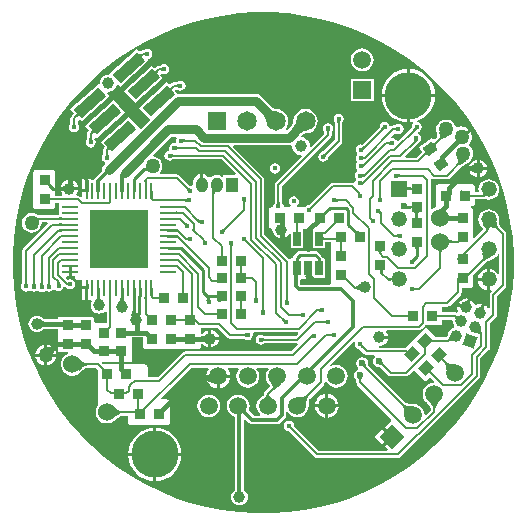
<source format=gbl>
G04*
G04 #@! TF.GenerationSoftware,Altium Limited,Altium Designer,20.0.7 (75)*
G04*
G04 Layer_Physical_Order=4*
G04 Layer_Color=16711680*
%FSLAX44Y44*%
%MOMM*%
G71*
G01*
G75*
%ADD15C,0.2000*%
%ADD21R,0.8636X0.9652*%
%ADD23R,0.9652X0.8636*%
%ADD35C,1.5240*%
%ADD49C,0.4000*%
%ADD50C,0.2290*%
%ADD51C,0.8000*%
%ADD56R,1.0000X1.2700*%
%ADD57O,1.0000X1.2700*%
%ADD58C,1.3208*%
%ADD59R,1.3208X1.3208*%
%ADD60C,1.5000*%
%ADD61R,1.5000X1.5000*%
%ADD62R,1.6500X1.6500*%
%ADD63C,1.6500*%
%ADD64P,1.4142X4X385.0*%
%ADD65C,1.0000*%
%ADD66C,4.0000*%
%ADD67P,2.1213X4X90.0*%
%ADD68C,1.2700*%
%ADD69C,0.4500*%
%ADD70C,0.6000*%
%ADD85R,1.4732X0.2286*%
%ADD86R,0.2286X1.4732*%
%ADD87R,5.0038X5.0038*%
G04:AMPARAMS|DCode=88|XSize=0.8636mm|YSize=0.9652mm|CornerRadius=0mm|HoleSize=0mm|Usage=FLASHONLY|Rotation=135.000|XOffset=0mm|YOffset=0mm|HoleType=Round|Shape=Rectangle|*
%AMROTATEDRECTD88*
4,1,4,0.6466,0.0359,-0.0359,-0.6466,-0.6466,-0.0359,0.0359,0.6466,0.6466,0.0359,0.0*
%
%ADD88ROTATEDRECTD88*%

G04:AMPARAMS|DCode=89|XSize=0.8636mm|YSize=0.9652mm|CornerRadius=0mm|HoleSize=0mm|Usage=FLASHONLY|Rotation=125.000|XOffset=0mm|YOffset=0mm|HoleType=Round|Shape=Rectangle|*
%AMROTATEDRECTD89*
4,1,4,0.6430,-0.0769,-0.1477,-0.6305,-0.6430,0.0769,0.1477,0.6305,0.6430,-0.0769,0.0*
%
%ADD89ROTATEDRECTD89*%

G04:AMPARAMS|DCode=90|XSize=2.8mm|YSize=1mm|CornerRadius=0mm|HoleSize=0mm|Usage=FLASHONLY|Rotation=42.000|XOffset=0mm|YOffset=0mm|HoleType=Round|Shape=Rectangle|*
%AMROTATEDRECTD90*
4,1,4,-0.7058,-1.3084,-1.3750,-0.5652,0.7058,1.3084,1.3750,0.5652,-0.7058,-1.3084,0.0*
%
%ADD90ROTATEDRECTD90*%

%ADD91R,0.6500X1.2500*%
%ADD92C,0.3000*%
G36*
X20804Y211224D02*
X34574Y209411D01*
X48196Y206701D01*
X61612Y203106D01*
X74763Y198642D01*
X87595Y193327D01*
X100052Y187184D01*
X112080Y180240D01*
X123628Y172523D01*
X134647Y164068D01*
X145090Y154910D01*
X154910Y145090D01*
X164068Y134647D01*
X172523Y123628D01*
X180240Y112080D01*
X187184Y100052D01*
X193327Y87595D01*
X198642Y74763D01*
X203106Y61612D01*
X206701Y48196D01*
X209411Y34574D01*
X211224Y20804D01*
X212132Y6945D01*
Y-0D01*
Y-6945D01*
X211224Y-20804D01*
X209411Y-34574D01*
X206701Y-48196D01*
X203106Y-61612D01*
X198642Y-74764D01*
X193327Y-87595D01*
X187184Y-100052D01*
X180240Y-112080D01*
X172523Y-123628D01*
X164068Y-134647D01*
X154910Y-145090D01*
X145090Y-154910D01*
X134647Y-164068D01*
X123628Y-172523D01*
X112080Y-180240D01*
X100052Y-187184D01*
X87595Y-193327D01*
X74763Y-198642D01*
X61612Y-203106D01*
X48196Y-206701D01*
X34574Y-209411D01*
X20804Y-211224D01*
X6945Y-212132D01*
X-6945D01*
X-20804Y-211224D01*
X-34574Y-209411D01*
X-48196Y-206701D01*
X-61612Y-203106D01*
X-74764Y-198642D01*
X-87595Y-193327D01*
X-100052Y-187184D01*
X-112080Y-180240D01*
X-123628Y-172523D01*
X-134647Y-164068D01*
X-145090Y-154910D01*
X-154910Y-145090D01*
X-164068Y-134647D01*
X-172523Y-123628D01*
X-180240Y-112080D01*
X-187184Y-100052D01*
X-193327Y-87595D01*
X-198642Y-74764D01*
X-203106Y-61612D01*
X-206701Y-48196D01*
X-209411Y-34574D01*
X-211224Y-20804D01*
X-212132Y-6945D01*
Y0D01*
Y6945D01*
X-211224Y20804D01*
X-209411Y34574D01*
X-206701Y48196D01*
X-203106Y61612D01*
X-198642Y74763D01*
X-193327Y87595D01*
X-187184Y100052D01*
X-180240Y112080D01*
X-172523Y123628D01*
X-164068Y134647D01*
X-154910Y145090D01*
X-145090Y154910D01*
X-134647Y164068D01*
X-123628Y172523D01*
X-112080Y180240D01*
X-100052Y187184D01*
X-87595Y193327D01*
X-74764Y198642D01*
X-61612Y203106D01*
X-48196Y206701D01*
X-34574Y209411D01*
X-20804Y211224D01*
X-6945Y212132D01*
X6945D01*
X20804Y211224D01*
D02*
G37*
%LPC*%
G36*
X-98000Y181333D02*
X-99658Y181003D01*
X-101064Y180064D01*
X-101067Y180060D01*
X-101078Y180059D01*
X-102036D01*
X-102036Y180059D01*
X-103206Y179826D01*
X-104199Y179163D01*
X-105289Y179695D01*
X-106594Y181144D01*
X-130374Y159732D01*
X-130374Y159732D01*
X-131364Y159012D01*
X-132827Y158820D01*
X-134530Y158114D01*
X-135992Y156992D01*
X-137114Y155530D01*
X-137819Y153827D01*
X-138034Y152202D01*
X-138175Y152119D01*
X-139292Y151702D01*
X-139292D01*
X-139292Y151702D01*
X-163073Y130290D01*
X-159877Y126741D01*
X-162163Y124455D01*
X-162826Y123463D01*
X-163059Y122292D01*
X-163059Y122292D01*
Y117948D01*
X-163060Y117937D01*
X-163064Y117934D01*
X-164003Y116528D01*
X-164333Y114870D01*
X-164003Y113212D01*
X-163064Y111806D01*
X-161658Y110867D01*
X-160000Y110537D01*
X-158342Y110867D01*
X-156936Y111806D01*
X-155997Y113212D01*
X-155667Y114870D01*
X-155997Y116528D01*
X-156936Y117934D01*
X-156940Y117937D01*
X-156941Y117948D01*
Y120479D01*
X-156274Y121132D01*
X-154787Y121087D01*
X-153705Y119886D01*
X-129924Y141298D01*
X-132191Y143815D01*
X-131560Y145013D01*
X-131000Y144939D01*
X-129172Y145180D01*
X-127470Y145885D01*
X-126007Y147007D01*
X-124885Y148469D01*
X-124180Y150172D01*
X-124090Y150854D01*
X-122755Y151269D01*
X-121006Y149327D01*
X-97226Y170740D01*
X-97859Y171442D01*
X-97366Y172793D01*
X-96342Y172997D01*
X-94936Y173936D01*
X-93997Y175342D01*
X-93667Y177000D01*
X-93997Y178658D01*
X-94936Y180064D01*
X-96342Y181003D01*
X-98000Y181333D01*
D02*
G37*
G36*
X-84000Y168333D02*
X-85658Y168003D01*
X-87064Y167064D01*
X-87066Y167060D01*
X-87078Y167059D01*
X-88202D01*
X-88202Y167059D01*
X-89373Y166826D01*
X-90365Y166163D01*
X-91155Y165374D01*
X-92424Y165407D01*
X-93880Y167024D01*
X-117661Y145612D01*
X-108293Y135208D01*
X-84512Y156620D01*
X-86962Y159340D01*
X-86124Y160308D01*
X-85658Y159997D01*
X-84000Y159667D01*
X-82342Y159997D01*
X-80936Y160936D01*
X-79997Y162342D01*
X-79667Y164000D01*
X-79997Y165658D01*
X-80936Y167064D01*
X-82342Y168003D01*
X-84000Y168333D01*
D02*
G37*
G36*
X84000Y181582D02*
X81520Y181255D01*
X79209Y180298D01*
X77225Y178776D01*
X75702Y176791D01*
X74745Y174480D01*
X74418Y172000D01*
X74745Y169520D01*
X75702Y167209D01*
X77225Y165225D01*
X79209Y163702D01*
X81520Y162745D01*
X84000Y162418D01*
X86480Y162745D01*
X88791Y163702D01*
X90775Y165225D01*
X92298Y167209D01*
X93256Y169520D01*
X93582Y172000D01*
X93256Y174480D01*
X92298Y176791D01*
X90775Y178776D01*
X88791Y180298D01*
X86480Y181255D01*
X84000Y181582D01*
D02*
G37*
G36*
X-70000Y154333D02*
X-71658Y154003D01*
X-73064Y153064D01*
X-73067Y153060D01*
X-73078Y153059D01*
X-75369D01*
X-76540Y152826D01*
X-77532Y152163D01*
X-77532Y152163D01*
X-78441Y151254D01*
X-79711Y151287D01*
X-81167Y152904D01*
X-104947Y131492D01*
X-95870Y121411D01*
X-103506Y113775D01*
X-105218Y113859D01*
X-113865Y123462D01*
X-137646Y102050D01*
X-134161Y98180D01*
X-134293Y98048D01*
X-134956Y97056D01*
X-135189Y95885D01*
X-135189Y95885D01*
Y92078D01*
X-135191Y92066D01*
X-135194Y92064D01*
X-136134Y90658D01*
X-136463Y89000D01*
X-136134Y87342D01*
X-135194Y85936D01*
X-133964Y85114D01*
X-133510Y83772D01*
X-134658Y82624D01*
X-135984Y80639D01*
X-136449Y78298D01*
Y78268D01*
X-136356Y77797D01*
X-142023Y72130D01*
X-142797Y70972D01*
X-142888Y70514D01*
X-145817D01*
Y71054D01*
X-148230D01*
Y61148D01*
X-149500D01*
Y59878D01*
X-153183D01*
Y56039D01*
X-154610D01*
X-154733Y56163D01*
X-155726Y56826D01*
X-156896Y57059D01*
X-156896Y57059D01*
X-157454D01*
X-158080Y58329D01*
X-157414Y59198D01*
X-156654Y61032D01*
X-156562Y61730D01*
X-167571D01*
Y59500D01*
X-168029Y59948D01*
X-168927Y60701D01*
X-169366Y61007D01*
X-169799Y61266D01*
X-170225Y61478D01*
X-170646Y61643D01*
X-170951Y61730D01*
X-171438D01*
X-171346Y61032D01*
X-170586Y59198D01*
X-169920Y58329D01*
X-170546Y57059D01*
X-176135D01*
Y76859D01*
X-176290Y77639D01*
X-176732Y78301D01*
X-177394Y78743D01*
X-178174Y78898D01*
X-192366D01*
X-193146Y78743D01*
X-193808Y78301D01*
X-194250Y77639D01*
X-194405Y76859D01*
Y47681D01*
X-194250Y46901D01*
X-193808Y46239D01*
X-193146Y45797D01*
X-192366Y45642D01*
X-178174D01*
X-177394Y45797D01*
X-176732Y46239D01*
X-176290Y46901D01*
X-176135Y47681D01*
Y50941D01*
X-173661D01*
X-172514Y50643D01*
Y40559D01*
X-189604D01*
X-189604Y40559D01*
X-190579Y40365D01*
X-191789Y41294D01*
X-193820Y42135D01*
X-196000Y42422D01*
X-198180Y42135D01*
X-200211Y41294D01*
X-201955Y39955D01*
X-203294Y38211D01*
X-204135Y36180D01*
X-204422Y34000D01*
X-204135Y31820D01*
X-203294Y29789D01*
X-201955Y28045D01*
X-200211Y26706D01*
X-198180Y25865D01*
X-196000Y25578D01*
X-193820Y25865D01*
X-191789Y26706D01*
X-190045Y28045D01*
X-188706Y29789D01*
X-187865Y31820D01*
X-187578Y34000D01*
X-187191Y34441D01*
X-182544D01*
X-182058Y33268D01*
X-202963Y12363D01*
X-203626Y11371D01*
X-203859Y10200D01*
X-203859Y10200D01*
Y-16822D01*
X-203860Y-16833D01*
X-203864Y-16836D01*
X-204803Y-18242D01*
X-205133Y-19900D01*
X-204803Y-21558D01*
X-203864Y-22964D01*
X-202458Y-23903D01*
X-200800Y-24233D01*
X-199142Y-23903D01*
X-197736Y-22964D01*
X-196565Y-23497D01*
X-195658Y-24103D01*
X-194000Y-24433D01*
X-192341Y-24103D01*
X-191827Y-23760D01*
X-190564Y-23364D01*
X-189158Y-24303D01*
X-187500Y-24633D01*
X-185841Y-24303D01*
X-184436Y-23364D01*
X-183095Y-23644D01*
X-182558Y-24003D01*
X-180900Y-24333D01*
X-179241Y-24003D01*
X-177836Y-23064D01*
X-177544Y-22628D01*
X-176274D01*
X-176264Y-22642D01*
X-174858Y-23582D01*
X-173200Y-23911D01*
X-171542Y-23582D01*
X-170136Y-22642D01*
X-169197Y-21237D01*
X-169045Y-20476D01*
X-168609Y-20203D01*
X-167651Y-19978D01*
X-166949Y-20448D01*
X-166827Y-20472D01*
X-166364Y-21164D01*
X-164958Y-22103D01*
X-163300Y-22433D01*
X-161642Y-22103D01*
X-160236Y-21164D01*
X-159297Y-19758D01*
X-158967Y-18100D01*
X-159297Y-16442D01*
X-160236Y-15036D01*
X-161642Y-14097D01*
X-163300Y-13767D01*
X-164958Y-14097D01*
X-164970Y-14104D01*
X-166718Y-12356D01*
X-166232Y-11183D01*
X-164418D01*
Y-7500D01*
X-161878D01*
Y-11183D01*
X-158935D01*
Y-12706D01*
X-158780Y-13486D01*
X-158338Y-14148D01*
X-157677Y-14590D01*
X-156896Y-14745D01*
X-153183D01*
Y-19878D01*
X-149500D01*
Y-21148D01*
X-148230D01*
Y-31054D01*
X-145817D01*
X-145817Y-31054D01*
X-145661Y-31096D01*
X-145126Y-32440D01*
X-145147Y-32548D01*
X-145820Y-34173D01*
X-146060Y-36000D01*
X-145820Y-37827D01*
X-145114Y-39530D01*
X-143992Y-40992D01*
X-142530Y-42115D01*
X-140827Y-42820D01*
X-139000Y-43060D01*
X-137173Y-42820D01*
X-135470Y-42115D01*
X-134008Y-40992D01*
X-133829Y-40760D01*
X-132559Y-41191D01*
Y-50642D01*
X-141504D01*
X-142774Y-49713D01*
Y-46381D01*
X-143489D01*
X-143687Y-46085D01*
X-144348Y-45643D01*
X-145128Y-45487D01*
X-171926D01*
X-172706Y-45643D01*
X-173368Y-46085D01*
X-173810Y-46746D01*
X-173965Y-47527D01*
Y-47622D01*
X-184675D01*
X-184729Y-47617D01*
X-185039Y-47565D01*
X-185321Y-47497D01*
X-185576Y-47414D01*
X-185807Y-47316D01*
X-186018Y-47204D01*
X-186214Y-47077D01*
X-186397Y-46934D01*
X-186526Y-46814D01*
X-186608Y-46708D01*
X-188070Y-45585D01*
X-189773Y-44880D01*
X-191600Y-44640D01*
X-193427Y-44880D01*
X-195130Y-45585D01*
X-196592Y-46708D01*
X-197715Y-48170D01*
X-198420Y-49873D01*
X-198660Y-51700D01*
X-198420Y-53527D01*
X-197715Y-55230D01*
X-196592Y-56692D01*
X-195130Y-57814D01*
X-193427Y-58520D01*
X-191600Y-58760D01*
X-189773Y-58520D01*
X-188070Y-57814D01*
X-186608Y-56692D01*
X-186526Y-56586D01*
X-186398Y-56466D01*
X-186214Y-56322D01*
X-186018Y-56196D01*
X-185807Y-56084D01*
X-185575Y-55986D01*
X-185321Y-55903D01*
X-185039Y-55835D01*
X-184729Y-55784D01*
X-184675Y-55778D01*
X-173965D01*
Y-73172D01*
X-173810Y-73953D01*
X-173368Y-74614D01*
X-172706Y-75056D01*
X-172466Y-75104D01*
Y-75559D01*
X-165268D01*
X-164967Y-76791D01*
X-167192Y-77999D01*
X-169030Y-79743D01*
X-170353Y-81903D01*
X-171073Y-84331D01*
X-171139Y-86863D01*
X-170548Y-89326D01*
X-169339Y-91552D01*
X-167596Y-93390D01*
X-165436Y-94713D01*
X-163007Y-95433D01*
X-160475Y-95499D01*
X-158012Y-94908D01*
X-155786Y-93699D01*
X-154774Y-92739D01*
X-154613Y-92632D01*
X-153819Y-91846D01*
X-152355Y-90540D01*
X-151729Y-90052D01*
X-151145Y-89646D01*
X-150624Y-89334D01*
X-150176Y-89113D01*
X-149812Y-88976D01*
X-149541Y-88911D01*
X-149504Y-88908D01*
X-141419D01*
X-140029Y-90298D01*
Y-117150D01*
X-139874Y-117931D01*
X-139431Y-118592D01*
X-139508Y-120068D01*
X-139641Y-120194D01*
X-140964Y-122353D01*
X-141684Y-124782D01*
X-141750Y-127314D01*
X-141159Y-129777D01*
X-139950Y-132003D01*
X-138206Y-133841D01*
X-136047Y-135164D01*
X-133618Y-135884D01*
X-131086Y-135950D01*
X-128623Y-135358D01*
X-126397Y-134150D01*
X-125385Y-133190D01*
X-125223Y-133083D01*
X-124430Y-132297D01*
X-122965Y-130990D01*
X-122340Y-130503D01*
X-121756Y-130097D01*
X-121235Y-129785D01*
X-120787Y-129564D01*
X-120422Y-129427D01*
X-120152Y-129362D01*
X-120115Y-129359D01*
X-114059D01*
Y-135366D01*
X-113904Y-136146D01*
X-113462Y-136808D01*
X-112800Y-137250D01*
X-112020Y-137405D01*
X-81141D01*
X-80361Y-137250D01*
X-79699Y-136808D01*
X-79257Y-136146D01*
X-79102Y-135366D01*
Y-117580D01*
X-79257Y-116800D01*
X-79699Y-116138D01*
X-80361Y-115696D01*
X-81141Y-115541D01*
X-86065D01*
X-86551Y-114368D01*
X-60742Y-88559D01*
X-46546D01*
X-45920Y-89829D01*
X-46770Y-90937D01*
X-47782Y-93379D01*
X-47959Y-94730D01*
X-46681D01*
X-46368Y-94500D01*
X-45853Y-94031D01*
X-45363Y-93489D01*
X-44898Y-92875D01*
X-44460Y-92189D01*
X-43831Y-94730D01*
X-28041D01*
X-28218Y-93379D01*
X-29230Y-90937D01*
X-30080Y-89829D01*
X-29454Y-88559D01*
X-20865D01*
X-20239Y-89829D01*
X-21298Y-91209D01*
X-22255Y-93520D01*
X-22582Y-96000D01*
X-22255Y-98480D01*
X-21298Y-100791D01*
X-19775Y-102775D01*
X-17791Y-104298D01*
X-15480Y-105255D01*
X-13000Y-105582D01*
X-10520Y-105255D01*
X-8209Y-104298D01*
X-6224Y-102775D01*
X-4702Y-100791D01*
X-3744Y-98480D01*
X-3418Y-96000D01*
X-3744Y-93520D01*
X-4702Y-91209D01*
X-5761Y-89829D01*
X-5135Y-88559D01*
X4135D01*
X4761Y-89829D01*
X3702Y-91209D01*
X2745Y-93520D01*
X2418Y-96000D01*
X2745Y-98480D01*
X3702Y-100791D01*
X4765Y-102176D01*
X4806Y-102259D01*
X4831Y-102280D01*
X4846Y-102309D01*
X5110Y-102627D01*
X5225Y-102775D01*
X5250Y-102795D01*
X5321Y-102880D01*
X5636Y-103336D01*
X5846Y-103722D01*
X5964Y-104028D01*
X6012Y-104250D01*
X6017Y-104403D01*
X5997Y-104522D01*
X5948Y-104650D01*
X5844Y-104821D01*
X5786Y-104889D01*
X1837Y-108837D01*
X1174Y-109830D01*
X941Y-111000D01*
X941Y-111000D01*
Y-111303D01*
X919Y-111464D01*
X878Y-111624D01*
X833Y-111745D01*
X785Y-111835D01*
X732Y-111909D01*
X666Y-111979D01*
X578Y-112051D01*
X455Y-112129D01*
X194Y-112255D01*
X82Y-112340D01*
X-791Y-112702D01*
X-2776Y-114225D01*
X-4298Y-116209D01*
X-5256Y-118520D01*
X-5582Y-121000D01*
X-5256Y-123480D01*
X-4298Y-125791D01*
X-2776Y-127775D01*
X-2272Y-128161D01*
X-2704Y-129431D01*
X-7522D01*
X-12251Y-124702D01*
X-11745Y-123480D01*
X-11418Y-121000D01*
X-11745Y-118520D01*
X-12702Y-116209D01*
X-14225Y-114225D01*
X-16209Y-112702D01*
X-18520Y-111744D01*
X-21000Y-111418D01*
X-23480Y-111744D01*
X-25791Y-112702D01*
X-27775Y-114225D01*
X-29298Y-116209D01*
X-30255Y-118520D01*
X-30582Y-121000D01*
X-30255Y-123480D01*
X-29298Y-125791D01*
X-27775Y-127775D01*
X-25791Y-129298D01*
X-23569Y-130219D01*
Y-191915D01*
X-24992Y-193008D01*
X-26114Y-194470D01*
X-26820Y-196173D01*
X-27060Y-198000D01*
X-26820Y-199827D01*
X-26114Y-201530D01*
X-24992Y-202992D01*
X-23530Y-204114D01*
X-21827Y-204820D01*
X-20000Y-205060D01*
X-18173Y-204820D01*
X-16470Y-204114D01*
X-15008Y-202992D01*
X-13886Y-201530D01*
X-13180Y-199827D01*
X-12940Y-198000D01*
X-13180Y-196173D01*
X-13886Y-194470D01*
X-15008Y-193008D01*
X-16431Y-191915D01*
Y-132275D01*
X-15258Y-131789D01*
X-11523Y-135523D01*
X-10366Y-136297D01*
X-9000Y-136569D01*
X12000D01*
X13366Y-136297D01*
X14523Y-135523D01*
X18523Y-131523D01*
X19297Y-130366D01*
X19569Y-129000D01*
Y-126317D01*
X20176Y-126035D01*
X20839Y-125969D01*
X22225Y-127775D01*
X24209Y-129298D01*
X26520Y-130255D01*
X29000Y-130582D01*
X31480Y-130255D01*
X33791Y-129298D01*
X35775Y-127775D01*
X37298Y-125791D01*
X38255Y-123480D01*
X38582Y-121000D01*
X38540Y-120682D01*
X38544Y-119841D01*
X38655Y-117922D01*
X38751Y-117153D01*
X38875Y-116467D01*
X39021Y-115891D01*
X39178Y-115429D01*
X39336Y-115083D01*
X39479Y-114851D01*
X39499Y-114827D01*
X51163Y-103163D01*
X51163Y-103163D01*
X51826Y-102170D01*
X52059Y-101000D01*
X52286Y-100692D01*
X53702Y-100791D01*
X55225Y-102775D01*
X57209Y-104298D01*
X59520Y-105255D01*
X62000Y-105582D01*
X64480Y-105255D01*
X66791Y-104298D01*
X68776Y-102775D01*
X70298Y-100791D01*
X71255Y-98480D01*
X71582Y-96000D01*
X71255Y-93520D01*
X70298Y-91209D01*
X68776Y-89225D01*
X66791Y-87702D01*
X64480Y-86744D01*
X62000Y-86418D01*
X59520Y-86744D01*
X57569Y-87553D01*
X56850Y-86476D01*
X77446Y-65880D01*
X78433Y-66689D01*
X77997Y-67342D01*
X77667Y-69000D01*
X77997Y-70658D01*
X78936Y-72064D01*
X80342Y-73003D01*
X82000Y-73333D01*
X82004Y-73332D01*
X82014Y-73339D01*
X85837Y-77163D01*
X86830Y-77826D01*
X88000Y-78059D01*
X88000Y-78059D01*
X94109D01*
X94495Y-79329D01*
X94395Y-79395D01*
X93290Y-81049D01*
X92902Y-83000D01*
X93290Y-84951D01*
X94395Y-86605D01*
X96049Y-87710D01*
X98000Y-88098D01*
X98253Y-88048D01*
X98359Y-88057D01*
X98486Y-88079D01*
X98598Y-88107D01*
X98698Y-88141D01*
X98788Y-88180D01*
X98873Y-88226D01*
X98952Y-88278D01*
X105837Y-95163D01*
X106830Y-95826D01*
X108000Y-96059D01*
X108000Y-96059D01*
X121034D01*
X121034Y-96059D01*
X122205Y-95826D01*
X123197Y-95163D01*
X127411Y-90949D01*
X135856Y-99394D01*
X136518Y-99836D01*
X137298Y-99991D01*
X138079Y-99836D01*
X138740Y-99394D01*
X138740Y-99394D01*
X141404Y-96730D01*
X144969Y-100295D01*
X144439Y-101561D01*
X142441Y-101824D01*
X140130Y-102781D01*
X138146Y-104304D01*
X136623Y-106288D01*
X135666Y-108599D01*
X135339Y-111079D01*
X135666Y-113559D01*
X136623Y-115870D01*
X138146Y-117854D01*
X138400Y-118050D01*
X138992Y-118647D01*
X140271Y-120082D01*
X140747Y-120694D01*
X141143Y-121267D01*
X141448Y-121777D01*
X141664Y-122216D01*
X141797Y-122572D01*
X141860Y-122837D01*
X141862Y-122868D01*
Y-124661D01*
X137784Y-128740D01*
X136443Y-128284D01*
X136216Y-126559D01*
X135259Y-124249D01*
X133736Y-122264D01*
X131751Y-120741D01*
X129440Y-119784D01*
X127401Y-119515D01*
X127377Y-119510D01*
X127371Y-119509D01*
X127371Y-119509D01*
X127371Y-119509D01*
X127340Y-119508D01*
X126960Y-119458D01*
X126802Y-119478D01*
X126234Y-119448D01*
X125234Y-119363D01*
X123459Y-119116D01*
X122773Y-118970D01*
X122177Y-118805D01*
X121700Y-118634D01*
X121344Y-118467D01*
X121113Y-118324D01*
X121099Y-118313D01*
X89099Y-86313D01*
X89064Y-86257D01*
X89036Y-86200D01*
X89014Y-86144D01*
X88998Y-86083D01*
X88985Y-86012D01*
X88979Y-85925D01*
X88981Y-85818D01*
X89001Y-85611D01*
X88993Y-85528D01*
X89098Y-85000D01*
X88710Y-83049D01*
X87605Y-81395D01*
X85951Y-80290D01*
X84000Y-79902D01*
X82049Y-80290D01*
X80395Y-81395D01*
X79290Y-83049D01*
X78902Y-85000D01*
X79290Y-86951D01*
X80395Y-88605D01*
X80766Y-88853D01*
X80498Y-90201D01*
X80049Y-90290D01*
X78395Y-91395D01*
X77290Y-93049D01*
X76902Y-95000D01*
X77290Y-96951D01*
X78395Y-98605D01*
X78610Y-98748D01*
X78678Y-98830D01*
X78753Y-98935D01*
X78812Y-99034D01*
X78858Y-99129D01*
X78894Y-99220D01*
X78922Y-99312D01*
X78941Y-99405D01*
Y-101000D01*
X78941Y-101000D01*
X79174Y-102170D01*
X79837Y-103163D01*
X108438Y-131764D01*
X108340Y-133462D01*
X102799Y-139003D01*
X109898Y-146102D01*
X109000Y-147000D01*
X109898Y-147898D01*
X102799Y-154997D01*
X105569Y-157768D01*
X105083Y-158941D01*
X47267D01*
X26339Y-138013D01*
X26332Y-138004D01*
X26333Y-138000D01*
X26003Y-136342D01*
X25064Y-134936D01*
X23658Y-133997D01*
X22000Y-133667D01*
X20342Y-133997D01*
X18936Y-134936D01*
X17997Y-136342D01*
X17667Y-138000D01*
X17997Y-139658D01*
X18936Y-141064D01*
X20342Y-142003D01*
X22000Y-142333D01*
X22004Y-142332D01*
X22013Y-142339D01*
X43837Y-164163D01*
X44830Y-164826D01*
X46000Y-165059D01*
X46000Y-165059D01*
X114000D01*
X114000Y-165059D01*
X115170Y-164826D01*
X116163Y-164163D01*
X132663Y-147662D01*
X132884Y-147619D01*
X133876Y-146955D01*
X183163Y-97669D01*
X183826Y-96677D01*
X184059Y-95506D01*
Y-80744D01*
X191163Y-73640D01*
X191826Y-72648D01*
X192059Y-71477D01*
Y-51267D01*
X197163Y-46163D01*
X197163Y-46163D01*
X197826Y-45170D01*
X198059Y-44000D01*
X198059Y-44000D01*
Y-28267D01*
X205163Y-21163D01*
X205826Y-20171D01*
X206059Y-19000D01*
Y24800D01*
X205826Y25970D01*
X205163Y26963D01*
X205163Y26963D01*
X200469Y31657D01*
X200349Y31846D01*
X200212Y32133D01*
X200075Y32516D01*
X199947Y32995D01*
X199836Y33567D01*
X199750Y34205D01*
X199648Y35825D01*
X199644Y36541D01*
X199678Y36800D01*
X199382Y39046D01*
X198515Y41139D01*
X197136Y42937D01*
X195339Y44316D01*
X193246Y45183D01*
X191000Y45478D01*
X188754Y45183D01*
X186661Y44316D01*
X184863Y42937D01*
X183484Y41139D01*
X182617Y39046D01*
X182322Y36800D01*
X182617Y34554D01*
X183484Y32461D01*
X184863Y30664D01*
X185040Y30528D01*
X185269Y30287D01*
X185588Y29908D01*
X185860Y29538D01*
X186087Y29179D01*
X186272Y28831D01*
X186417Y28493D01*
X186481Y28300D01*
X179039Y20857D01*
X177865Y21343D01*
Y44859D01*
X177710Y45639D01*
X177268Y46301D01*
X176607Y46743D01*
X175994Y46865D01*
X176119Y48135D01*
X177319D01*
X178099Y48290D01*
X178761Y48732D01*
X179203Y49394D01*
X179358Y50174D01*
Y53941D01*
X186800D01*
X186800Y53941D01*
X187918Y54164D01*
X188754Y53818D01*
X191000Y53522D01*
X193246Y53818D01*
X195339Y54685D01*
X197136Y56064D01*
X198515Y57861D01*
X199382Y59954D01*
X199678Y62200D01*
X199382Y64446D01*
X198515Y66539D01*
X197136Y68337D01*
X195339Y69716D01*
X193246Y70583D01*
X191000Y70878D01*
X188754Y70583D01*
X186661Y69716D01*
X184863Y68337D01*
X183484Y66539D01*
X182617Y64446D01*
X182322Y62200D01*
X182478Y61014D01*
X181640Y60059D01*
X179358D01*
Y64366D01*
X179203Y65146D01*
X178761Y65808D01*
X178099Y66250D01*
X177319Y66405D01*
X148141D01*
X147361Y66250D01*
X146699Y65808D01*
X146257Y65146D01*
X146102Y64366D01*
Y50174D01*
X146257Y49394D01*
X146557Y48945D01*
X146458Y47955D01*
X146306Y47467D01*
X144876Y46875D01*
X143329Y45687D01*
X142059Y46314D01*
Y70000D01*
X141855Y71023D01*
X142213Y71426D01*
X142837Y71837D01*
X143829Y71174D01*
X145000Y70941D01*
X145000Y70941D01*
X156000D01*
X156000Y70941D01*
X157171Y71174D01*
X158163Y71837D01*
X167886Y81560D01*
X173513Y84791D01*
X173633Y84896D01*
X174400Y85295D01*
X176021Y86780D01*
X177202Y88634D01*
X177863Y90731D01*
X177959Y92928D01*
X177483Y95074D01*
X176468Y97024D01*
X174982Y98645D01*
X174388Y99024D01*
X174277Y100289D01*
X174887Y100848D01*
X176145Y102822D01*
X176849Y105055D01*
X176951Y107393D01*
X176444Y109679D01*
X175955Y110619D01*
X168747Y105571D01*
X167290Y107652D01*
X174498Y112699D01*
X173782Y113481D01*
X171808Y114738D01*
X169576Y115442D01*
X167237Y115544D01*
X164952Y115038D01*
X164218Y114656D01*
X163067Y115192D01*
X162914Y115880D01*
X161899Y117831D01*
X160414Y119452D01*
X158559Y120633D01*
X156462Y121294D01*
X154266Y121390D01*
X152120Y120914D01*
X150169Y119899D01*
X148548Y118414D01*
X147367Y116559D01*
X146706Y114462D01*
X146610Y112266D01*
X147086Y110119D01*
X147159Y109979D01*
X147281Y109593D01*
X147429Y108996D01*
X147519Y108470D01*
X147558Y108015D01*
X147552Y107634D01*
X147512Y107327D01*
X147448Y107086D01*
X147368Y106897D01*
X147271Y106740D01*
X147267Y106736D01*
X145229Y104698D01*
X143964Y104809D01*
X143378Y105645D01*
X132195Y97814D01*
X134728Y94197D01*
X129590Y89059D01*
X121044D01*
X120558Y90232D01*
X131663Y101337D01*
X131663Y101337D01*
X132326Y102330D01*
X132337Y102384D01*
X132564Y102536D01*
X133503Y103942D01*
X133833Y105600D01*
X133503Y107258D01*
X132564Y108664D01*
X131160Y109602D01*
X131158Y109609D01*
X131161Y110898D01*
X131658Y110997D01*
X133064Y111936D01*
X134003Y113342D01*
X134333Y115000D01*
X134003Y116658D01*
X133064Y118064D01*
X131658Y119003D01*
X130779Y119178D01*
X130715Y120486D01*
X131667Y120775D01*
X135583Y122868D01*
X139015Y125685D01*
X141832Y129117D01*
X143925Y133033D01*
X145214Y137281D01*
X145524Y140430D01*
X124270D01*
Y119176D01*
X126668Y119412D01*
X127109Y118180D01*
X126936Y118064D01*
X125997Y116658D01*
X125667Y115000D01*
X125738Y114640D01*
X114526Y103427D01*
X112986Y103683D01*
X112464Y104464D01*
X111058Y105403D01*
X109400Y105733D01*
X108720Y105598D01*
X108094Y106768D01*
X111611Y110286D01*
X112942Y109397D01*
X114600Y109067D01*
X116258Y109397D01*
X117664Y110336D01*
X118603Y111742D01*
X118933Y113400D01*
X118603Y115058D01*
X117664Y116464D01*
X116258Y117403D01*
X114600Y117733D01*
X112942Y117403D01*
X111536Y116464D01*
X111533Y116460D01*
X111522Y116459D01*
X110400D01*
X110400Y116459D01*
X109229Y116226D01*
X108536Y115763D01*
X107560Y115996D01*
X107142Y116263D01*
X107003Y116958D01*
X106064Y118364D01*
X104658Y119303D01*
X103000Y119633D01*
X101342Y119303D01*
X99936Y118364D01*
X98997Y116958D01*
X98667Y115300D01*
X98668Y115296D01*
X98661Y115287D01*
X83590Y100216D01*
X83000Y100333D01*
X81342Y100003D01*
X79936Y99064D01*
X78997Y97658D01*
X78667Y96000D01*
X78997Y94342D01*
X79936Y92936D01*
X79633Y91611D01*
X78996Y90658D01*
X78666Y89000D01*
X78996Y87342D01*
X79633Y86389D01*
X79936Y85064D01*
X78997Y83658D01*
X78667Y82000D01*
X78997Y80342D01*
X79840Y79079D01*
X79928Y78891D01*
X79694Y77570D01*
X78936Y77064D01*
X77997Y75658D01*
X77667Y74000D01*
X77997Y72342D01*
X78325Y71850D01*
X78686Y70564D01*
X77747Y69158D01*
X77596Y68401D01*
X76185Y67816D01*
X76171Y67826D01*
X75000Y68059D01*
X75000Y68059D01*
X59000D01*
X57829Y67826D01*
X56837Y67163D01*
X39006Y49332D01*
X39000Y49333D01*
X37342Y49003D01*
X35936Y48064D01*
X35496Y47405D01*
X29059D01*
X28674Y48675D01*
X29064Y48936D01*
X30003Y50342D01*
X30333Y52000D01*
X30003Y53658D01*
X29064Y55064D01*
X27658Y56003D01*
X26000Y56333D01*
X24342Y56003D01*
X22936Y55064D01*
X21997Y53658D01*
X21667Y52000D01*
X21997Y50342D01*
X22936Y48936D01*
X23326Y48675D01*
X22941Y47405D01*
X17821D01*
X17333Y48000D01*
X17003Y49658D01*
X16064Y51064D01*
X16060Y51066D01*
X16059Y51078D01*
Y64733D01*
X57163Y105837D01*
X57163Y105837D01*
X57826Y106830D01*
X58059Y108000D01*
Y110922D01*
X58060Y110934D01*
X58064Y110936D01*
X59003Y112342D01*
X59333Y114000D01*
X59003Y115658D01*
X58064Y117064D01*
X56658Y118003D01*
X55000Y118333D01*
X53342Y118003D01*
X51936Y117064D01*
X50997Y115658D01*
X50667Y114000D01*
X50997Y112342D01*
X51936Y110936D01*
X51940Y110934D01*
X51941Y110922D01*
Y109267D01*
X40767Y98092D01*
X39564Y98686D01*
X39605Y99000D01*
X39346Y100968D01*
X38586Y102802D01*
X37378Y104378D01*
X35803Y105586D01*
X33968Y106346D01*
X32808Y106499D01*
X32353Y107840D01*
X32773Y108259D01*
X33196Y108593D01*
X33682Y108933D01*
X34133Y109205D01*
X34545Y109411D01*
X34915Y109558D01*
X35242Y109651D01*
X35527Y109699D01*
X35673Y109705D01*
X36000Y109662D01*
X38676Y110014D01*
X41169Y111047D01*
X43310Y112690D01*
X44953Y114831D01*
X45986Y117325D01*
X46338Y120000D01*
X45986Y122676D01*
X44953Y125169D01*
X43310Y127311D01*
X41169Y128954D01*
X38676Y129986D01*
X36000Y130339D01*
X33324Y129986D01*
X30831Y128954D01*
X28690Y127311D01*
X27047Y125169D01*
X26014Y122676D01*
X25661Y120000D01*
X25691Y119778D01*
X25690Y119769D01*
X25636Y119481D01*
X25536Y119150D01*
X25382Y118776D01*
X25167Y118359D01*
X24889Y117906D01*
X24558Y117438D01*
X24090Y116880D01*
X19947Y112737D01*
X18990Y113576D01*
X19953Y114831D01*
X20986Y117325D01*
X21338Y120000D01*
X20986Y122676D01*
X19953Y125169D01*
X18310Y127311D01*
X16169Y128954D01*
X13676Y129986D01*
X11000Y130339D01*
X10725Y130303D01*
X10647Y130307D01*
X10361Y130358D01*
X10032Y130454D01*
X9660Y130605D01*
X9245Y130815D01*
X8793Y131090D01*
X8327Y131418D01*
X7760Y131891D01*
X-1674Y141326D01*
X-3659Y142652D01*
X-6000Y143118D01*
X-71630D01*
X-72245Y142995D01*
X-74697Y145719D01*
X-74194Y146515D01*
X-72813Y146768D01*
X-71658Y145997D01*
X-70000Y145667D01*
X-68342Y145997D01*
X-66936Y146936D01*
X-65997Y148342D01*
X-65667Y150000D01*
X-65997Y151658D01*
X-66936Y153064D01*
X-68342Y154003D01*
X-70000Y154333D01*
D02*
G37*
G36*
X124270Y164224D02*
Y142970D01*
X145524D01*
X145214Y146119D01*
X143925Y150367D01*
X141832Y154283D01*
X139015Y157715D01*
X135583Y160532D01*
X131667Y162625D01*
X127419Y163914D01*
X124270Y164224D01*
D02*
G37*
G36*
X121730D02*
X118581Y163914D01*
X114333Y162625D01*
X110417Y160532D01*
X106985Y157715D01*
X104168Y154283D01*
X102075Y150367D01*
X100786Y146119D01*
X100476Y142970D01*
X121730D01*
Y164224D01*
D02*
G37*
G36*
X93500Y156100D02*
X74500D01*
Y137100D01*
X93500D01*
Y156100D01*
D02*
G37*
G36*
X121730Y140430D02*
X100476D01*
X100786Y137281D01*
X102075Y133033D01*
X104168Y129117D01*
X106985Y125685D01*
X110417Y122868D01*
X114333Y120775D01*
X118581Y119486D01*
X121730Y119176D01*
Y140430D01*
D02*
G37*
G36*
X-126579Y137582D02*
X-150359Y116170D01*
X-147164Y112621D01*
X-148163Y111622D01*
X-148826Y110630D01*
X-149059Y109459D01*
X-149059Y109459D01*
Y105078D01*
X-149060Y105066D01*
X-149064Y105064D01*
X-150003Y103658D01*
X-150333Y102000D01*
X-150003Y100342D01*
X-149064Y98936D01*
X-147658Y97997D01*
X-146000Y97667D01*
X-144342Y97997D01*
X-142936Y98936D01*
X-141996Y100342D01*
X-141667Y102000D01*
X-141996Y103658D01*
X-142882Y104984D01*
X-142722Y105829D01*
X-141435Y106259D01*
X-140991Y105766D01*
X-117211Y127178D01*
X-126579Y137582D01*
D02*
G37*
G36*
X64000Y126333D02*
X62342Y126003D01*
X60936Y125064D01*
X59997Y123658D01*
X59667Y122000D01*
X59997Y120342D01*
X60936Y118936D01*
X60940Y118933D01*
X60941Y118922D01*
Y104267D01*
X51013Y94339D01*
X51004Y94332D01*
X51000Y94333D01*
X49342Y94003D01*
X47936Y93064D01*
X46997Y91658D01*
X46667Y90000D01*
X46997Y88342D01*
X47936Y86936D01*
X49342Y85997D01*
X51000Y85667D01*
X52658Y85997D01*
X54064Y86936D01*
X55003Y88342D01*
X55333Y90000D01*
X55332Y90004D01*
X55339Y90014D01*
X66163Y100837D01*
X66826Y101830D01*
X67059Y103000D01*
Y118922D01*
X67060Y118933D01*
X67064Y118936D01*
X68003Y120342D01*
X68333Y122000D01*
X68003Y123658D01*
X67064Y125064D01*
X65658Y126003D01*
X64000Y126333D01*
D02*
G37*
G36*
X183270Y87438D02*
Y81270D01*
X189438D01*
X189346Y81968D01*
X188586Y83802D01*
X187378Y85378D01*
X185802Y86586D01*
X183968Y87346D01*
X183270Y87438D01*
D02*
G37*
G36*
X180730D02*
X180032Y87346D01*
X178197Y86586D01*
X176622Y85378D01*
X175414Y83802D01*
X174670Y82008D01*
X174915Y82015D01*
X175391Y82060D01*
X175846Y82135D01*
X176279Y82240D01*
X176691Y82375D01*
X177082Y82540D01*
X177451Y82735D01*
X177798Y82960D01*
X178125Y83215D01*
X178429Y83500D01*
Y81270D01*
X180730D01*
Y87438D01*
D02*
G37*
G36*
Y78730D02*
X178429D01*
Y76500D01*
X178125Y76785D01*
X177798Y77040D01*
X177451Y77265D01*
X177082Y77460D01*
X176691Y77625D01*
X176279Y77760D01*
X175846Y77865D01*
X175391Y77940D01*
X174915Y77985D01*
X174670Y77992D01*
X175414Y76198D01*
X176622Y74622D01*
X178197Y73414D01*
X180032Y72654D01*
X180730Y72562D01*
Y78730D01*
D02*
G37*
G36*
X189438D02*
X183270D01*
Y72562D01*
X183968Y72654D01*
X185802Y73414D01*
X187378Y74622D01*
X188586Y76198D01*
X189346Y78032D01*
X189438Y78730D01*
D02*
G37*
G36*
X-162318Y70384D02*
X-161931Y70304D01*
X-162032Y70346D01*
X-162318Y70384D01*
D02*
G37*
G36*
X-161219Y70009D02*
X-161210Y69793D01*
X-161161Y69401D01*
X-161080Y68984D01*
X-160966Y68543D01*
X-160641Y67586D01*
X-160429Y67071D01*
X-159600Y65376D01*
X-162730Y66454D01*
Y64270D01*
X-156562D01*
X-156654Y64968D01*
X-157414Y66803D01*
X-158622Y68378D01*
X-160198Y69586D01*
X-161219Y70009D01*
D02*
G37*
G36*
X-165270Y70438D02*
X-165968Y70346D01*
X-167803Y69586D01*
X-169378Y68378D01*
X-170586Y66803D01*
X-171346Y64968D01*
X-171438Y64270D01*
X-170951D01*
X-170646Y64357D01*
X-170225Y64522D01*
X-169799Y64734D01*
X-169366Y64993D01*
X-168927Y65299D01*
X-168481Y65652D01*
X-168029Y66052D01*
X-167571Y66500D01*
Y64270D01*
X-165270D01*
Y67330D01*
X-166002Y67582D01*
X-165530Y67808D01*
X-165270Y67957D01*
Y70438D01*
D02*
G37*
G36*
X-150770Y71054D02*
X-153183D01*
Y62418D01*
X-150770D01*
Y71054D01*
D02*
G37*
G36*
Y-22418D02*
X-153183D01*
Y-31054D01*
X-150770D01*
Y-22418D01*
D02*
G37*
G36*
X-182730Y-69201D02*
Y-71609D01*
X-182554Y-71595D01*
X-181939Y-71503D01*
X-181351Y-71368D01*
X-180791Y-71191D01*
X-180257Y-70971D01*
X-179750Y-70708D01*
X-179285Y-70412D01*
X-179517Y-70235D01*
X-181679Y-69339D01*
X-182730Y-69201D01*
D02*
G37*
G36*
X-176329Y-73393D02*
X-176335Y-73400D01*
X-176642Y-73879D01*
X-176909Y-74386D01*
X-177135Y-74920D01*
X-177320Y-75482D01*
X-177464Y-76072D01*
X-177567Y-76690D01*
X-177570Y-76730D01*
X-175201D01*
X-175339Y-75679D01*
X-176235Y-73517D01*
X-176329Y-73393D01*
D02*
G37*
G36*
X-182730Y-72813D02*
Y-76730D01*
X-178899D01*
X-182730Y-72813D01*
D02*
G37*
G36*
X-185270Y-69201D02*
X-186321Y-69339D01*
X-188483Y-70235D01*
X-190340Y-71660D01*
X-191765Y-73517D01*
X-192661Y-75679D01*
X-192799Y-76730D01*
X-185270D01*
Y-69201D01*
D02*
G37*
G36*
X-175201Y-79270D02*
X-182730D01*
Y-86799D01*
X-181679Y-86661D01*
X-179517Y-85765D01*
X-177660Y-84340D01*
X-176235Y-82483D01*
X-175339Y-80321D01*
X-175201Y-79270D01*
D02*
G37*
G36*
X-185270D02*
X-192799D01*
X-192661Y-80321D01*
X-191765Y-82483D01*
X-190340Y-84340D01*
X-188483Y-85765D01*
X-186321Y-86661D01*
X-185270Y-86799D01*
Y-79270D01*
D02*
G37*
G36*
X-39270Y-97270D02*
X-43203D01*
X-41940Y-102382D01*
X-42763Y-101891D01*
X-45072Y-100730D01*
X-45788Y-100445D01*
X-46477Y-100213D01*
X-47139Y-100032D01*
X-47202Y-100020D01*
X-46770Y-101063D01*
X-45161Y-103161D01*
X-43063Y-104770D01*
X-40621Y-105782D01*
X-39270Y-105959D01*
Y-97270D01*
D02*
G37*
G36*
X-28041D02*
X-36730D01*
Y-105959D01*
X-35379Y-105782D01*
X-32937Y-104770D01*
X-30839Y-103161D01*
X-29230Y-101063D01*
X-28218Y-98621D01*
X-28041Y-97270D01*
D02*
G37*
G36*
X55270Y-111041D02*
Y-119730D01*
X63959D01*
X63782Y-118379D01*
X62770Y-115937D01*
X61161Y-113839D01*
X59063Y-112230D01*
X56621Y-111218D01*
X55270Y-111041D01*
D02*
G37*
G36*
X52730D02*
X51379Y-111218D01*
X48937Y-112230D01*
X46839Y-113839D01*
X45230Y-115937D01*
X44218Y-118379D01*
X44041Y-119730D01*
X52730D01*
Y-111041D01*
D02*
G37*
G36*
X-46000Y-111418D02*
X-48480Y-111744D01*
X-50791Y-112702D01*
X-52776Y-114225D01*
X-54298Y-116209D01*
X-55255Y-118520D01*
X-55582Y-121000D01*
X-55255Y-123480D01*
X-54298Y-125791D01*
X-52776Y-127775D01*
X-50791Y-129298D01*
X-48480Y-130255D01*
X-46000Y-130582D01*
X-43520Y-130255D01*
X-41209Y-129298D01*
X-39225Y-127775D01*
X-37702Y-125791D01*
X-36745Y-123480D01*
X-36418Y-121000D01*
X-36745Y-118520D01*
X-37702Y-116209D01*
X-39225Y-114225D01*
X-41209Y-112702D01*
X-43520Y-111744D01*
X-46000Y-111418D01*
D02*
G37*
G36*
X63959Y-122270D02*
X55270D01*
Y-130959D01*
X56621Y-130782D01*
X59063Y-129770D01*
X61161Y-128161D01*
X62770Y-126063D01*
X63782Y-123621D01*
X63959Y-122270D01*
D02*
G37*
G36*
X52730D02*
X44041D01*
X44218Y-123621D01*
X45230Y-126063D01*
X46839Y-128161D01*
X48937Y-129770D01*
X51379Y-130782D01*
X52730Y-130959D01*
Y-122270D01*
D02*
G37*
G36*
X101003Y-140799D02*
X94801Y-147000D01*
X101003Y-153201D01*
X107204Y-147000D01*
X101003Y-140799D01*
D02*
G37*
G36*
X-90430Y-139676D02*
Y-160930D01*
X-69176D01*
X-69486Y-157781D01*
X-70775Y-153533D01*
X-72868Y-149617D01*
X-75685Y-146185D01*
X-79117Y-143368D01*
X-83033Y-141275D01*
X-87281Y-139986D01*
X-90430Y-139676D01*
D02*
G37*
G36*
X-92970D02*
X-96119Y-139986D01*
X-100367Y-141275D01*
X-104283Y-143368D01*
X-107715Y-146185D01*
X-110532Y-149617D01*
X-112625Y-153533D01*
X-113914Y-157781D01*
X-114224Y-160930D01*
X-92970D01*
Y-139676D01*
D02*
G37*
G36*
X-69176Y-163470D02*
X-90430D01*
Y-184724D01*
X-87281Y-184414D01*
X-83033Y-183125D01*
X-79117Y-181032D01*
X-75685Y-178215D01*
X-72868Y-174783D01*
X-70775Y-170867D01*
X-69486Y-166619D01*
X-69176Y-163470D01*
D02*
G37*
G36*
X-92970D02*
X-114224D01*
X-113914Y-166619D01*
X-112625Y-170867D01*
X-110532Y-174783D01*
X-107715Y-178215D01*
X-104283Y-181032D01*
X-100367Y-183125D01*
X-96119Y-184414D01*
X-92970Y-184724D01*
Y-163470D01*
D02*
G37*
%LPD*%
G36*
X-101824Y175797D02*
X-102091Y175517D01*
X-102315Y175251D01*
X-102496Y174998D01*
X-102636Y174759D01*
X-102734Y174535D01*
X-102790Y174324D01*
X-102803Y174126D01*
X-102775Y173943D01*
X-102704Y173774D01*
X-102591Y173618D01*
X-105271Y176595D01*
X-105129Y176468D01*
X-104972Y176384D01*
X-104800Y176344D01*
X-104612Y176348D01*
X-104409Y176395D01*
X-104191Y176486D01*
X-103957Y176620D01*
X-103708Y176798D01*
X-103444Y177020D01*
X-103165Y177285D01*
X-101824Y175797D01*
D02*
G37*
G36*
X-99607Y175425D02*
X-99726Y175534D01*
X-99858Y175632D01*
X-100002Y175718D01*
X-100159Y175793D01*
X-100328Y175856D01*
X-100511Y175908D01*
X-100705Y175948D01*
X-100913Y175977D01*
X-101133Y175994D01*
X-101366Y176000D01*
Y178000D01*
X-101133Y178006D01*
X-100913Y178023D01*
X-100705Y178052D01*
X-100511Y178092D01*
X-100328Y178144D01*
X-100159Y178207D01*
X-100002Y178282D01*
X-99858Y178368D01*
X-99726Y178466D01*
X-99607Y178575D01*
Y175425D01*
D02*
G37*
G36*
X-155027Y124434D02*
X-155169Y124562D01*
X-155326Y124645D01*
X-155499Y124685D01*
X-155687Y124682D01*
X-155890Y124635D01*
X-156108Y124544D01*
X-156341Y124409D01*
X-156590Y124231D01*
X-156855Y124009D01*
X-157134Y123744D01*
X-158474Y125232D01*
X-158208Y125513D01*
X-157984Y125779D01*
X-157802Y126031D01*
X-157662Y126270D01*
X-157565Y126495D01*
X-157509Y126706D01*
X-157495Y126903D01*
X-157524Y127086D01*
X-157595Y127256D01*
X-157708Y127411D01*
X-155027Y124434D01*
D02*
G37*
G36*
X-158994Y118003D02*
X-158977Y117783D01*
X-158948Y117575D01*
X-158908Y117381D01*
X-158856Y117198D01*
X-158793Y117029D01*
X-158718Y116872D01*
X-158632Y116728D01*
X-158534Y116596D01*
X-158425Y116477D01*
X-161575D01*
X-161466Y116596D01*
X-161368Y116728D01*
X-161282Y116872D01*
X-161207Y117029D01*
X-161144Y117198D01*
X-161092Y117381D01*
X-161052Y117575D01*
X-161023Y117783D01*
X-161006Y118003D01*
X-161000Y118236D01*
X-159000D01*
X-158994Y118003D01*
D02*
G37*
G36*
X-85607Y162425D02*
X-85726Y162534D01*
X-85857Y162632D01*
X-86002Y162718D01*
X-86159Y162793D01*
X-86328Y162856D01*
X-86510Y162908D01*
X-86705Y162948D01*
X-86913Y162977D01*
X-87133Y162994D01*
X-87366Y163000D01*
Y165000D01*
X-87133Y165006D01*
X-86913Y165023D01*
X-86705Y165052D01*
X-86510Y165092D01*
X-86328Y165144D01*
X-86159Y165207D01*
X-86002Y165282D01*
X-85857Y165368D01*
X-85726Y165466D01*
X-85607Y165575D01*
Y162425D01*
D02*
G37*
G36*
X-89111Y161677D02*
X-89377Y161397D01*
X-89601Y161131D01*
X-89783Y160878D01*
X-89923Y160640D01*
X-90021Y160415D01*
X-90076Y160204D01*
X-90090Y160007D01*
X-90061Y159824D01*
X-89990Y159654D01*
X-89878Y159499D01*
X-92558Y162475D01*
X-92416Y162348D01*
X-92259Y162264D01*
X-92086Y162224D01*
X-91899Y162228D01*
X-91696Y162275D01*
X-91477Y162366D01*
X-91244Y162501D01*
X-90995Y162679D01*
X-90730Y162900D01*
X-90451Y163166D01*
X-89111Y161677D01*
D02*
G37*
G36*
X-71607Y148425D02*
X-71726Y148534D01*
X-71858Y148632D01*
X-72002Y148718D01*
X-72159Y148793D01*
X-72328Y148856D01*
X-72510Y148908D01*
X-72705Y148948D01*
X-72913Y148977D01*
X-73133Y148994D01*
X-73366Y149000D01*
Y151000D01*
X-73133Y151006D01*
X-72913Y151023D01*
X-72705Y151052D01*
X-72510Y151092D01*
X-72328Y151144D01*
X-72159Y151207D01*
X-72002Y151282D01*
X-71858Y151368D01*
X-71726Y151466D01*
X-71607Y151575D01*
Y148425D01*
D02*
G37*
G36*
X-76397Y147558D02*
X-76663Y147277D01*
X-76888Y147011D01*
X-77070Y146759D01*
X-77209Y146520D01*
X-77307Y146295D01*
X-77363Y146084D01*
X-77376Y145887D01*
X-77348Y145704D01*
X-77277Y145534D01*
X-77164Y145379D01*
X-79844Y148356D01*
X-79703Y148228D01*
X-79545Y148145D01*
X-79373Y148105D01*
X-79185Y148108D01*
X-78982Y148155D01*
X-78764Y148246D01*
X-78530Y148381D01*
X-78281Y148559D01*
X-78017Y148781D01*
X-77737Y149046D01*
X-76397Y147558D01*
D02*
G37*
G36*
X5860Y130822D02*
X7085Y129798D01*
X7676Y129383D01*
X8252Y129033D01*
X8814Y128747D01*
X9361Y128526D01*
X9894Y128369D01*
X10413Y128277D01*
X10917Y128250D01*
X2750Y120083D01*
X2723Y120587D01*
X2631Y121106D01*
X2474Y121639D01*
X2253Y122186D01*
X1968Y122748D01*
X1617Y123325D01*
X1202Y123915D01*
X722Y124521D01*
X-431Y125774D01*
X5226Y131431D01*
X5860Y130822D01*
D02*
G37*
G36*
X102978Y113050D02*
X102816Y113043D01*
X102654Y113019D01*
X102491Y112978D01*
X102327Y112920D01*
X102162Y112845D01*
X101997Y112753D01*
X101831Y112643D01*
X101664Y112517D01*
X101496Y112374D01*
X101327Y112213D01*
X99913Y113627D01*
X100074Y113796D01*
X100217Y113964D01*
X100343Y114131D01*
X100453Y114297D01*
X100545Y114462D01*
X100620Y114627D01*
X100678Y114791D01*
X100719Y114954D01*
X100743Y115116D01*
X100750Y115278D01*
X102978Y113050D01*
D02*
G37*
G36*
X130278Y112767D02*
X130124Y112741D01*
X129968Y112699D01*
X129811Y112642D01*
X129652Y112571D01*
X129491Y112485D01*
X129329Y112383D01*
X129166Y112267D01*
X129001Y112135D01*
X128666Y111828D01*
X127038Y113028D01*
X127199Y113198D01*
X127340Y113366D01*
X127462Y113534D01*
X127564Y113700D01*
X127647Y113866D01*
X127711Y114030D01*
X127756Y114193D01*
X127781Y114356D01*
X127787Y114517D01*
X127773Y114677D01*
X130278Y112767D01*
D02*
G37*
G36*
X112993Y111825D02*
X112874Y111934D01*
X112743Y112032D01*
X112598Y112118D01*
X112441Y112193D01*
X112272Y112256D01*
X112090Y112308D01*
X111895Y112348D01*
X111687Y112377D01*
X111467Y112394D01*
X111234Y112400D01*
Y114400D01*
X111467Y114406D01*
X111687Y114423D01*
X111895Y114452D01*
X112090Y114492D01*
X112272Y114544D01*
X112441Y114607D01*
X112598Y114682D01*
X112743Y114768D01*
X112874Y114866D01*
X112993Y114975D01*
Y111825D01*
D02*
G37*
G36*
X56466Y112274D02*
X56368Y112142D01*
X56282Y111998D01*
X56207Y111841D01*
X56144Y111672D01*
X56092Y111489D01*
X56052Y111295D01*
X56023Y111087D01*
X56006Y110867D01*
X56000Y110634D01*
X54000D01*
X53994Y110867D01*
X53977Y111087D01*
X53948Y111295D01*
X53908Y111489D01*
X53856Y111672D01*
X53793Y111841D01*
X53718Y111998D01*
X53632Y112142D01*
X53534Y112274D01*
X53425Y112393D01*
X56575D01*
X56466Y112274D01*
D02*
G37*
G36*
X35820Y111752D02*
X35314Y111731D01*
X34794Y111644D01*
X34259Y111491D01*
X33710Y111274D01*
X33148Y110992D01*
X32570Y110644D01*
X31979Y110231D01*
X31374Y109753D01*
X30120Y108601D01*
X24539Y114334D01*
X25148Y114968D01*
X26175Y116192D01*
X26592Y116782D01*
X26945Y117358D01*
X27234Y117918D01*
X27459Y118465D01*
X27620Y118996D01*
X27717Y119513D01*
X27750Y120015D01*
X35820Y111752D01*
D02*
G37*
G36*
X156960Y106960D02*
X155901Y106610D01*
X151472Y104866D01*
X151054Y104634D01*
X150727Y104419D01*
X150492Y104221D01*
X148595Y105153D01*
X148921Y105532D01*
X149183Y105955D01*
X149382Y106422D01*
X149517Y106933D01*
X149589Y107487D01*
X149598Y108086D01*
X149544Y108729D01*
X149426Y109415D01*
X149245Y110145D01*
X149000Y110920D01*
X156960Y106960D01*
D02*
G37*
G36*
X-67674Y105066D02*
X-67543Y104968D01*
X-67398Y104882D01*
X-67241Y104807D01*
X-67072Y104744D01*
X-66890Y104692D01*
X-66695Y104652D01*
X-66487Y104623D01*
X-66267Y104606D01*
X-66034Y104600D01*
Y102600D01*
X-66267Y102594D01*
X-66487Y102577D01*
X-66695Y102548D01*
X-66890Y102508D01*
X-67072Y102456D01*
X-67241Y102393D01*
X-67398Y102318D01*
X-67543Y102232D01*
X-67674Y102134D01*
X-67793Y102025D01*
Y105175D01*
X-67674Y105066D01*
D02*
G37*
G36*
X130756Y103733D02*
X129107Y101693D01*
X127335Y102749D01*
X127501Y102924D01*
X127641Y103090D01*
X127755Y103247D01*
X127843Y103395D01*
X127905Y103534D01*
X127941Y103665D01*
X127951Y103786D01*
X127935Y103899D01*
X127893Y104003D01*
X127824Y104098D01*
X130756Y103733D01*
D02*
G37*
G36*
X-73167Y105612D02*
X-73403Y105258D01*
X-73733Y103600D01*
X-73538Y102617D01*
X-74533Y101521D01*
X-75100Y101633D01*
X-76758Y101303D01*
X-78164Y100364D01*
X-79103Y98958D01*
X-79433Y97300D01*
X-79258Y96418D01*
X-79217Y95578D01*
X-80180Y95038D01*
X-80858Y94903D01*
X-82264Y93964D01*
X-83203Y92558D01*
X-83533Y90900D01*
X-83203Y89242D01*
X-82264Y87836D01*
X-80858Y86897D01*
X-79200Y86567D01*
X-77542Y86897D01*
X-76495Y87596D01*
X-76420Y87635D01*
X-76393Y87657D01*
X-76378Y87662D01*
X-76331Y87674D01*
X-76289Y87682D01*
X-76193Y87692D01*
X-35017D01*
X-23149Y75823D01*
X-23635Y74650D01*
X-33600D01*
Y73700D01*
X-34870Y73074D01*
X-35770Y73765D01*
X-37473Y74470D01*
X-39300Y74710D01*
X-41127Y74470D01*
X-42830Y73765D01*
X-44292Y72642D01*
X-44509Y72360D01*
X-46110D01*
X-46622Y73028D01*
X-48197Y74236D01*
X-50032Y74996D01*
X-50730Y75088D01*
Y66300D01*
X-53270D01*
Y75088D01*
X-53968Y74996D01*
X-55802Y74236D01*
X-57378Y73028D01*
X-58586Y71452D01*
X-59346Y69618D01*
X-59605Y67650D01*
Y66039D01*
X-59757Y65825D01*
X-60875Y65110D01*
X-62000Y65333D01*
X-62004Y65332D01*
X-62014Y65339D01*
X-70837Y74163D01*
X-71830Y74826D01*
X-73000Y75059D01*
X-73000Y75059D01*
X-86801D01*
X-87347Y76329D01*
X-86326Y77659D01*
X-85485Y79690D01*
X-85198Y81870D01*
X-85485Y84050D01*
X-86326Y86081D01*
X-87665Y87825D01*
X-89409Y89164D01*
X-91440Y90005D01*
X-92949Y90204D01*
X-93404Y91545D01*
X-78066Y106882D01*
X-73846D01*
X-73167Y105612D01*
D02*
G37*
G36*
X146851Y100580D02*
X146584Y100299D01*
X146357Y100030D01*
X146171Y99773D01*
X146024Y99528D01*
X145919Y99296D01*
X145853Y99075D01*
X145828Y98867D01*
X145843Y98672D01*
X145898Y98488D01*
X145994Y98316D01*
X143664Y101643D01*
X143790Y101499D01*
X143933Y101400D01*
X144092Y101346D01*
X144269Y101338D01*
X144462Y101375D01*
X144673Y101458D01*
X144901Y101586D01*
X145146Y101760D01*
X145407Y101979D01*
X145686Y102243D01*
X146851Y100580D01*
D02*
G37*
G36*
X107793Y99825D02*
X107674Y99934D01*
X107542Y100032D01*
X107398Y100118D01*
X107241Y100193D01*
X107072Y100256D01*
X106889Y100308D01*
X106695Y100348D01*
X106487Y100377D01*
X106267Y100394D01*
X106034Y100400D01*
Y102400D01*
X106267Y102406D01*
X106487Y102423D01*
X106695Y102452D01*
X106889Y102492D01*
X107072Y102544D01*
X107241Y102607D01*
X107398Y102682D01*
X107542Y102768D01*
X107674Y102866D01*
X107793Y102975D01*
Y99825D01*
D02*
G37*
G36*
X86201Y97086D02*
X86038Y96918D01*
X85754Y96590D01*
X85633Y96430D01*
X85433Y96118D01*
X85354Y95966D01*
X85289Y95817D01*
X85237Y95671D01*
X85200Y95527D01*
X83517Y98190D01*
X83673Y98164D01*
X83830Y98158D01*
X83989Y98173D01*
X84150Y98209D01*
X84312Y98266D01*
X84476Y98344D01*
X84642Y98442D01*
X84809Y98561D01*
X84978Y98701D01*
X85148Y98862D01*
X86201Y97086D01*
D02*
G37*
G36*
X-129311Y95874D02*
X-129453Y96001D01*
X-129610Y96085D01*
X-129783Y96125D01*
X-129970Y96121D01*
X-130173Y96074D01*
X-130392Y95983D01*
X-130625Y95849D01*
X-130874Y95670D01*
X-131138Y95449D01*
X-131418Y95183D01*
X-132758Y96672D01*
X-132492Y96952D01*
X-132268Y97218D01*
X-132086Y97471D01*
X-131946Y97709D01*
X-131848Y97934D01*
X-131793Y98145D01*
X-131779Y98342D01*
X-131808Y98525D01*
X-131878Y98695D01*
X-131991Y98850D01*
X-129311Y95874D01*
D02*
G37*
G36*
X-73374Y98766D02*
X-73243Y98668D01*
X-73098Y98582D01*
X-72941Y98507D01*
X-72772Y98444D01*
X-72590Y98392D01*
X-72395Y98352D01*
X-72187Y98323D01*
X-71967Y98306D01*
X-71734Y98300D01*
Y96300D01*
X-71967Y96294D01*
X-72187Y96277D01*
X-72395Y96248D01*
X-72590Y96208D01*
X-72772Y96156D01*
X-72941Y96093D01*
X-73098Y96018D01*
X-73243Y95932D01*
X-73374Y95834D01*
X-73493Y95725D01*
Y98875D01*
X-73374Y98766D01*
D02*
G37*
G36*
X139157Y91465D02*
X139032Y91609D01*
X138889Y91708D01*
X138729Y91762D01*
X138553Y91770D01*
X138359Y91733D01*
X138149Y91650D01*
X137921Y91522D01*
X137676Y91348D01*
X137415Y91129D01*
X137136Y90865D01*
X135971Y92528D01*
X136238Y92809D01*
X136465Y93078D01*
X136651Y93335D01*
X136797Y93580D01*
X136903Y93812D01*
X136969Y94032D01*
X136994Y94241D01*
X136979Y94437D01*
X136923Y94620D01*
X136828Y94792D01*
X139157Y91465D01*
D02*
G37*
G36*
X-131124Y92133D02*
X-131107Y91913D01*
X-131079Y91705D01*
X-131038Y91510D01*
X-130986Y91328D01*
X-130923Y91159D01*
X-130849Y91002D01*
X-130762Y90858D01*
X-130664Y90726D01*
X-130555Y90607D01*
X-133705D01*
X-133596Y90726D01*
X-133498Y90858D01*
X-133412Y91002D01*
X-133337Y91159D01*
X-133274Y91328D01*
X-133222Y91510D01*
X-133182Y91705D01*
X-133153Y91913D01*
X-133136Y92133D01*
X-133130Y92366D01*
X-131130D01*
X-131124Y92133D01*
D02*
G37*
G36*
X-77380Y92248D02*
X-77254Y92143D01*
X-77116Y92051D01*
X-76963Y91972D01*
X-76797Y91904D01*
X-76618Y91849D01*
X-76425Y91806D01*
X-76219Y91775D01*
X-76000Y91756D01*
X-75767Y91750D01*
X-75916Y89750D01*
X-76149Y89745D01*
X-76578Y89703D01*
X-76774Y89666D01*
X-76959Y89618D01*
X-77132Y89560D01*
X-77292Y89491D01*
X-77441Y89412D01*
X-77577Y89322D01*
X-77702Y89222D01*
X-77492Y92365D01*
X-77380Y92248D01*
D02*
G37*
G36*
X86848Y82777D02*
X84992Y80954D01*
X84191Y83909D01*
X84312Y83848D01*
X84439Y83811D01*
X84572Y83800D01*
X84710Y83814D01*
X84854Y83852D01*
X85005Y83916D01*
X85160Y84004D01*
X85322Y84118D01*
X85489Y84256D01*
X85662Y84420D01*
X86848Y82777D01*
D02*
G37*
G36*
X172498Y86560D02*
X166571Y83157D01*
X164287Y83701D01*
X164625Y84092D01*
X164886Y84512D01*
X165068Y84959D01*
X165172Y85434D01*
X165198Y85937D01*
X165147Y86468D01*
X165017Y87026D01*
X164809Y87613D01*
X164523Y88227D01*
X164159Y88869D01*
X172498Y86560D01*
D02*
G37*
G36*
X83851Y75300D02*
X83939Y75237D01*
X84046Y75181D01*
X84174Y75133D01*
X84322Y75093D01*
X84490Y75059D01*
X84679Y75033D01*
X85116Y75004D01*
X85365Y75000D01*
Y73000D01*
X85116Y72996D01*
X84679Y72967D01*
X84490Y72941D01*
X84322Y72907D01*
X84174Y72867D01*
X84046Y72818D01*
X83939Y72763D01*
X83851Y72700D01*
X83784Y72629D01*
Y75370D01*
X83851Y75300D01*
D02*
G37*
G36*
X114451Y75466D02*
X114583Y75368D01*
X114727Y75282D01*
X114884Y75207D01*
X115053Y75144D01*
X115236Y75092D01*
X115430Y75052D01*
X115638Y75023D01*
X115858Y75006D01*
X116091Y75000D01*
Y73000D01*
X115858Y72994D01*
X115638Y72977D01*
X115430Y72948D01*
X115236Y72908D01*
X115053Y72856D01*
X114884Y72793D01*
X114727Y72718D01*
X114583Y72632D01*
X114451Y72534D01*
X114332Y72425D01*
Y75575D01*
X114451Y75466D01*
D02*
G37*
G36*
X-98499Y70104D02*
X-98409Y68503D01*
X-98388Y68484D01*
X-100613D01*
X-100591Y68503D01*
X-100572Y68564D01*
X-100555Y68664D01*
X-100541Y68804D01*
X-100510Y69464D01*
X-100500Y70484D01*
X-98500D01*
X-98499Y70104D01*
D02*
G37*
G36*
X85553Y67058D02*
X83271Y65842D01*
X83762Y68506D01*
X84838Y69170D01*
X85553Y67058D01*
D02*
G37*
G36*
X125204Y61001D02*
X125184Y61191D01*
X125125Y61361D01*
X125024Y61511D01*
X124885Y61641D01*
X124705Y61751D01*
X124485Y61841D01*
X124225Y61911D01*
X123925Y61961D01*
X123584Y61991D01*
X123288Y61999D01*
X122987Y61991D01*
X122642Y61961D01*
X122338Y61911D01*
X122074Y61841D01*
X121851Y61751D01*
X121668Y61641D01*
X121526Y61511D01*
X121424Y61361D01*
X121363Y61191D01*
X121343Y61001D01*
Y65001D01*
X121363Y64811D01*
X121424Y64641D01*
X121526Y64491D01*
X121668Y64361D01*
X121851Y64251D01*
X122074Y64161D01*
X122338Y64091D01*
X122642Y64041D01*
X122987Y64011D01*
X123288Y64003D01*
X123584Y64011D01*
X123925Y64041D01*
X124225Y64091D01*
X124485Y64161D01*
X124705Y64251D01*
X124885Y64361D01*
X125024Y64491D01*
X125125Y64641D01*
X125184Y64811D01*
X125204Y65001D01*
Y61001D01*
D02*
G37*
G36*
X-63504Y63926D02*
X-63336Y63783D01*
X-63169Y63657D01*
X-63003Y63547D01*
X-62838Y63455D01*
X-62673Y63380D01*
X-62509Y63322D01*
X-62346Y63281D01*
X-62184Y63257D01*
X-62023Y63250D01*
X-64250Y61023D01*
X-64257Y61184D01*
X-64281Y61346D01*
X-64322Y61509D01*
X-64380Y61673D01*
X-64455Y61838D01*
X-64547Y62003D01*
X-64657Y62169D01*
X-64783Y62336D01*
X-64926Y62504D01*
X-65087Y62673D01*
X-63673Y64087D01*
X-63504Y63926D01*
D02*
G37*
G36*
X-39996Y60060D02*
X-40187Y60160D01*
X-40357Y60199D01*
X-40508Y60175D01*
X-40639Y60090D01*
X-40749Y59942D01*
X-40839Y59733D01*
X-40910Y59461D01*
X-40960Y59128D01*
X-40990Y58733D01*
X-41000Y58275D01*
X-43000Y59609D01*
X-43006Y59997D01*
X-43058Y60704D01*
X-43102Y61022D01*
X-43160Y61317D01*
X-43231Y61589D01*
X-43314Y61838D01*
X-43410Y62063D01*
X-43519Y62265D01*
X-43641Y62444D01*
X-39996Y60060D01*
D02*
G37*
G36*
X100006Y56133D02*
X100023Y55913D01*
X100052Y55705D01*
X100092Y55511D01*
X100144Y55328D01*
X100207Y55159D01*
X100282Y55002D01*
X100368Y54858D01*
X100466Y54726D01*
X100575Y54607D01*
X97425D01*
X97534Y54726D01*
X97632Y54858D01*
X97718Y55002D01*
X97793Y55159D01*
X97856Y55328D01*
X97908Y55511D01*
X97948Y55705D01*
X97977Y55913D01*
X97994Y56133D01*
X98000Y56365D01*
X100000D01*
X100006Y56133D01*
D02*
G37*
G36*
X61726Y54466D02*
X61858Y54368D01*
X62002Y54282D01*
X62159Y54207D01*
X62328Y54144D01*
X62510Y54092D01*
X62705Y54052D01*
X62913Y54023D01*
X63133Y54006D01*
X63366Y54000D01*
Y52000D01*
X63133Y51994D01*
X62913Y51977D01*
X62705Y51948D01*
X62510Y51908D01*
X62328Y51856D01*
X62159Y51793D01*
X62002Y51718D01*
X61858Y51632D01*
X61726Y51534D01*
X61607Y51425D01*
Y54575D01*
X61726Y54466D01*
D02*
G37*
G36*
X-64607Y51425D02*
X-64726Y51534D01*
X-64858Y51632D01*
X-65002Y51718D01*
X-65159Y51793D01*
X-65328Y51856D01*
X-65511Y51908D01*
X-65705Y51948D01*
X-65913Y51977D01*
X-66133Y51994D01*
X-66366Y52000D01*
Y54000D01*
X-66133Y54006D01*
X-65913Y54023D01*
X-65705Y54052D01*
X-65511Y54092D01*
X-65328Y54144D01*
X-65159Y54207D01*
X-65002Y54282D01*
X-64858Y54368D01*
X-64726Y54466D01*
X-64607Y54575D01*
Y51425D01*
D02*
G37*
G36*
X-14534Y52274D02*
X-14632Y52143D01*
X-14718Y51998D01*
X-14793Y51841D01*
X-14856Y51672D01*
X-14908Y51490D01*
X-14948Y51295D01*
X-14977Y51087D01*
X-14994Y50867D01*
X-15000Y50634D01*
X-17000D01*
X-17006Y50867D01*
X-17023Y51087D01*
X-17052Y51295D01*
X-17092Y51490D01*
X-17144Y51672D01*
X-17207Y51841D01*
X-17282Y51998D01*
X-17368Y52143D01*
X-17466Y52274D01*
X-17575Y52393D01*
X-14425D01*
X-14534Y52274D01*
D02*
G37*
G36*
X14006Y51133D02*
X14023Y50913D01*
X14052Y50705D01*
X14092Y50510D01*
X14144Y50328D01*
X14207Y50159D01*
X14282Y50002D01*
X14368Y49857D01*
X14466Y49726D01*
X14575Y49607D01*
X11425D01*
X11534Y49726D01*
X11632Y49857D01*
X11718Y50002D01*
X11793Y50159D01*
X11856Y50328D01*
X11908Y50510D01*
X11948Y50705D01*
X11977Y50913D01*
X11994Y51133D01*
X12000Y51365D01*
X14000D01*
X14006Y51133D01*
D02*
G37*
G36*
X-73497Y48591D02*
X-73436Y48572D01*
X-73337Y48555D01*
X-73197Y48541D01*
X-72537Y48510D01*
X-71516Y48500D01*
Y46500D01*
X-71897Y46499D01*
X-73497Y46409D01*
X-73517Y46388D01*
Y48613D01*
X-73497Y48591D01*
D02*
G37*
G36*
X121982Y49009D02*
X122082Y48797D01*
X122207Y48610D01*
X122356Y48448D01*
X122529Y48311D01*
X122726Y48199D01*
X122948Y48111D01*
X123193Y48049D01*
X123463Y48011D01*
X123546Y48008D01*
X123584Y48009D01*
X123925Y48039D01*
X124225Y48089D01*
X124485Y48159D01*
X124705Y48249D01*
X124885Y48359D01*
X125024Y48489D01*
X125125Y48639D01*
X125184Y48809D01*
X125204Y48999D01*
Y44999D01*
X125184Y45189D01*
X125125Y45359D01*
X125024Y45509D01*
X124885Y45639D01*
X124705Y45749D01*
X124485Y45839D01*
X124225Y45909D01*
X123925Y45959D01*
X123584Y45989D01*
X123204Y45999D01*
Y47149D01*
X122457Y45999D01*
X122170Y45995D01*
X121099Y45911D01*
X120850Y45873D01*
X120151Y45715D01*
X119934Y45649D01*
X121905Y49246D01*
X121982Y49009D01*
D02*
G37*
G36*
X-73497Y43591D02*
X-73436Y43572D01*
X-73337Y43555D01*
X-73197Y43540D01*
X-72537Y43510D01*
X-71516Y43500D01*
Y41500D01*
X-71897Y41499D01*
X-73497Y41409D01*
X-73517Y41387D01*
Y43612D01*
X-73497Y43591D01*
D02*
G37*
G36*
X99886Y43723D02*
X99904Y43664D01*
X99940Y43591D01*
X99995Y43506D01*
X100068Y43406D01*
X100269Y43167D01*
X100543Y42874D01*
X100707Y42707D01*
X99293Y41293D01*
X99126Y41457D01*
X98494Y42005D01*
X98408Y42060D01*
X98336Y42096D01*
X98277Y42114D01*
X98232Y42114D01*
X99886Y43768D01*
X99886Y43723D01*
D02*
G37*
G36*
X131810Y42722D02*
X131640Y42661D01*
X131490Y42559D01*
X131360Y42417D01*
X131250Y42234D01*
X131160Y42011D01*
X131090Y41747D01*
X131040Y41442D01*
X131010Y41097D01*
X131000Y40711D01*
X129000D01*
X128990Y41097D01*
X128960Y41442D01*
X128910Y41747D01*
X128840Y42011D01*
X128750Y42234D01*
X128640Y42417D01*
X128510Y42559D01*
X128360Y42661D01*
X128190Y42722D01*
X128000Y42742D01*
X132000D01*
X131810Y42722D01*
D02*
G37*
G36*
X131010Y39903D02*
X131040Y39558D01*
X131090Y39253D01*
X131160Y38989D01*
X131250Y38766D01*
X131360Y38583D01*
X131490Y38441D01*
X131640Y38339D01*
X131810Y38278D01*
X132000Y38258D01*
X128000D01*
X128190Y38278D01*
X128360Y38339D01*
X128510Y38441D01*
X128640Y38583D01*
X128750Y38766D01*
X128840Y38989D01*
X128910Y39253D01*
X128960Y39558D01*
X128990Y39903D01*
X129000Y40289D01*
X131000D01*
X131010Y39903D01*
D02*
G37*
G36*
X92387Y38034D02*
X90966Y36613D01*
X90958Y36622D01*
X90897Y36685D01*
X90193Y37393D01*
X91607Y38807D01*
X92387Y38034D01*
D02*
G37*
G36*
X-170484Y36388D02*
X-170504Y36409D01*
X-170564Y36428D01*
X-170664Y36445D01*
X-170804Y36460D01*
X-171464Y36490D01*
X-172484Y36500D01*
Y38500D01*
X-172104Y38501D01*
X-170504Y38591D01*
X-170484Y38613D01*
Y36388D01*
D02*
G37*
G36*
X-73497Y38564D02*
X-73436Y38521D01*
X-73337Y38482D01*
X-73197Y38449D01*
X-73017Y38421D01*
X-72537Y38380D01*
X-71897Y38360D01*
X-71516Y38357D01*
Y36357D01*
X-73517Y36388D01*
Y38613D01*
X-73497Y38564D01*
D02*
G37*
G36*
X-188897Y36793D02*
X-189888Y35724D01*
X-190904Y37789D01*
X-190312Y38207D01*
X-188897Y36793D01*
D02*
G37*
G36*
X-54637Y37060D02*
X-54471Y36920D01*
X-54313Y36807D01*
X-54162Y36719D01*
X-54020Y36657D01*
X-53886Y36621D01*
X-53761Y36611D01*
X-53643Y36627D01*
X-53533Y36668D01*
X-53432Y36736D01*
X-53899Y33793D01*
X-55899Y35485D01*
X-54811Y37225D01*
X-54637Y37060D01*
D02*
G37*
G36*
X-170484Y31387D02*
X-170504Y31409D01*
X-170564Y31428D01*
X-170664Y31445D01*
X-170804Y31459D01*
X-171464Y31490D01*
X-172484Y31500D01*
Y33500D01*
X-172104Y33501D01*
X-170504Y33591D01*
X-170484Y33612D01*
Y31387D01*
D02*
G37*
G36*
X-65504Y33926D02*
X-65336Y33783D01*
X-65169Y33657D01*
X-65003Y33547D01*
X-64838Y33455D01*
X-64673Y33380D01*
X-64509Y33322D01*
X-64346Y33281D01*
X-64184Y33257D01*
X-64022Y33250D01*
X-66250Y31023D01*
X-66257Y31184D01*
X-66281Y31346D01*
X-66322Y31509D01*
X-66380Y31673D01*
X-66455Y31838D01*
X-66547Y32003D01*
X-66657Y32169D01*
X-66783Y32336D01*
X-66926Y32504D01*
X-67087Y32673D01*
X-65673Y34087D01*
X-65504Y33926D01*
D02*
G37*
G36*
X197610Y35754D02*
X197719Y34005D01*
X197822Y33236D01*
X197958Y32537D01*
X198127Y31907D01*
X198328Y31348D01*
X198561Y30858D01*
X198827Y30439D01*
X199125Y30089D01*
X197710Y28675D01*
X197361Y28973D01*
X196942Y29239D01*
X196452Y29472D01*
X195893Y29673D01*
X195263Y29841D01*
X194564Y29977D01*
X193794Y30081D01*
X192466Y30164D01*
X192073Y29893D01*
X191709Y29580D01*
X191402Y29243D01*
X191150Y28882D01*
X190955Y28497D01*
X190815Y28087D01*
X190731Y27654D01*
X190703Y27196D01*
X188703D01*
X188680Y27708D01*
X188609Y28216D01*
X188491Y28719D01*
X188325Y29218D01*
X188112Y29713D01*
X187852Y30203D01*
X187545Y30689D01*
X187191Y31170D01*
X186789Y31648D01*
X186340Y32120D01*
X191880Y31011D01*
X197603Y36734D01*
X197610Y35754D01*
D02*
G37*
G36*
X29610Y28334D02*
X29640Y27989D01*
X29690Y27684D01*
X29760Y27420D01*
X29850Y27197D01*
X29960Y27014D01*
X30090Y26872D01*
X30240Y26770D01*
X30410Y26709D01*
X30600Y26689D01*
X26600D01*
X26790Y26709D01*
X26960Y26770D01*
X27110Y26872D01*
X27240Y27014D01*
X27350Y27197D01*
X27440Y27420D01*
X27510Y27684D01*
X27560Y27989D01*
X27590Y28334D01*
X27600Y28719D01*
X29600D01*
X29610Y28334D01*
D02*
G37*
G36*
X-170484Y26388D02*
X-170504Y26409D01*
X-170564Y26428D01*
X-170664Y26445D01*
X-170804Y26460D01*
X-171464Y26490D01*
X-172484Y26500D01*
Y28500D01*
X-172104Y28501D01*
X-170504Y28591D01*
X-170484Y28613D01*
Y26388D01*
D02*
G37*
G36*
X-73498Y28564D02*
X-73444Y28521D01*
X-73353Y28482D01*
X-73226Y28449D01*
X-73063Y28421D01*
X-72863Y28398D01*
X-72354Y28367D01*
X-71700Y28357D01*
Y26357D01*
X-73517Y26388D01*
Y28613D01*
X-73498Y28564D01*
D02*
G37*
G36*
X-31913Y27673D02*
X-32074Y27504D01*
X-32217Y27336D01*
X-32343Y27169D01*
X-32453Y27003D01*
X-32545Y26838D01*
X-32620Y26673D01*
X-32678Y26509D01*
X-32719Y26346D01*
X-32743Y26184D01*
X-32750Y26023D01*
X-34978Y28250D01*
X-34816Y28257D01*
X-34654Y28281D01*
X-34491Y28322D01*
X-34327Y28380D01*
X-34162Y28455D01*
X-33997Y28547D01*
X-33831Y28657D01*
X-33664Y28783D01*
X-33496Y28926D01*
X-33327Y29087D01*
X-31913Y27673D01*
D02*
G37*
G36*
X50634Y26676D02*
X50675Y26637D01*
X50744Y26603D01*
X50841Y26574D01*
X50965Y26549D01*
X51117Y26528D01*
X51503Y26501D01*
X52000Y26492D01*
Y24492D01*
X51738Y24488D01*
X51296Y24458D01*
X51117Y24431D01*
X50965Y24397D01*
X50841Y24355D01*
X50744Y24306D01*
X50675Y24248D01*
X50634Y24184D01*
X50620Y24112D01*
Y26719D01*
X50634Y26676D01*
D02*
G37*
G36*
X78183Y27961D02*
X79025Y27249D01*
X79398Y26990D01*
X79738Y26796D01*
X80045Y26666D01*
X80321Y26601D01*
X80563D01*
X80774Y26666D01*
X80952Y26796D01*
X80195Y26038D01*
X81902Y24536D01*
X82002Y24508D01*
X80001Y22507D01*
X79973Y22607D01*
X79889Y22756D01*
X79749Y22954D01*
X79553Y23199D01*
X78630Y24225D01*
X78507Y24351D01*
X77713Y23557D01*
X77843Y23735D01*
X77908Y23946D01*
Y24188D01*
X77843Y24464D01*
X77713Y24771D01*
X77519Y25111D01*
X77260Y25484D01*
X76936Y25889D01*
X76094Y26796D01*
X77713Y28415D01*
X78183Y27961D01*
D02*
G37*
G36*
X114393Y21425D02*
X114274Y21534D01*
X114142Y21632D01*
X113998Y21718D01*
X113841Y21793D01*
X113672Y21856D01*
X113489Y21908D01*
X113294Y21948D01*
X113087Y21977D01*
X112867Y21994D01*
X112634Y22000D01*
Y24000D01*
X112867Y24006D01*
X113087Y24023D01*
X113294Y24052D01*
X113489Y24092D01*
X113672Y24144D01*
X113841Y24207D01*
X113998Y24282D01*
X114142Y24368D01*
X114274Y24466D01*
X114393Y24575D01*
Y21425D01*
D02*
G37*
G36*
X-73505Y23486D02*
X-73470Y23459D01*
X-73412Y23435D01*
X-73331Y23414D01*
X-73227Y23397D01*
X-73099Y23382D01*
X-72774Y23363D01*
X-72357Y23357D01*
Y21357D01*
X-73517Y21387D01*
Y23516D01*
X-73505Y23486D01*
D02*
G37*
G36*
X50640Y22310D02*
X50700Y22140D01*
X50800Y21990D01*
X50940Y21860D01*
X51120Y21750D01*
X51340Y21660D01*
X51600Y21590D01*
X51900Y21540D01*
X52240Y21510D01*
X52620Y21500D01*
Y19500D01*
X52240Y19490D01*
X51900Y19460D01*
X51600Y19410D01*
X51340Y19340D01*
X51120Y19250D01*
X50940Y19140D01*
X50800Y19010D01*
X50700Y18860D01*
X50640Y18690D01*
X50620Y18500D01*
Y22500D01*
X50640Y22310D01*
D02*
G37*
G36*
X-13743Y19816D02*
X-13719Y19654D01*
X-13678Y19491D01*
X-13620Y19327D01*
X-13545Y19162D01*
X-13453Y18997D01*
X-13343Y18831D01*
X-13217Y18664D01*
X-13074Y18496D01*
X-12913Y18327D01*
X-14327Y16913D01*
X-14496Y17074D01*
X-14664Y17217D01*
X-14831Y17343D01*
X-14997Y17453D01*
X-15162Y17545D01*
X-15327Y17620D01*
X-15491Y17678D01*
X-15654Y17719D01*
X-15816Y17743D01*
X-15977Y17750D01*
X-13750Y19978D01*
X-13743Y19816D01*
D02*
G37*
G36*
X157424Y19810D02*
X157528Y19640D01*
X157665Y19490D01*
X157836Y19360D01*
X158039Y19250D01*
X158276Y19160D01*
X158546Y19090D01*
X158849Y19040D01*
X159185Y19010D01*
X159554Y19000D01*
Y17000D01*
X159185Y16990D01*
X158849Y16960D01*
X158546Y16910D01*
X158276Y16840D01*
X158039Y16750D01*
X157836Y16640D01*
X157665Y16510D01*
X157528Y16360D01*
X157424Y16190D01*
X157353Y16000D01*
Y20000D01*
X157424Y19810D01*
D02*
G37*
G36*
X-25534Y15274D02*
X-25632Y15143D01*
X-25718Y14998D01*
X-25793Y14841D01*
X-25856Y14672D01*
X-25908Y14490D01*
X-25948Y14295D01*
X-25977Y14087D01*
X-25994Y13867D01*
X-26000Y13634D01*
X-28000D01*
X-28006Y13867D01*
X-28023Y14087D01*
X-28052Y14295D01*
X-28092Y14490D01*
X-28144Y14672D01*
X-28207Y14841D01*
X-28282Y14998D01*
X-28368Y15143D01*
X-28466Y15274D01*
X-28575Y15393D01*
X-25425D01*
X-25534Y15274D01*
D02*
G37*
G36*
X132072Y13719D02*
X131878Y13649D01*
X131706Y13533D01*
X131557Y13371D01*
X131431Y13162D01*
X131328Y12907D01*
X131248Y12605D01*
X131191Y12257D01*
X131156Y11862D01*
X131145Y11422D01*
X128855D01*
X128844Y11862D01*
X128809Y12257D01*
X128752Y12605D01*
X128672Y12907D01*
X128569Y13162D01*
X128443Y13371D01*
X128294Y13533D01*
X128122Y13649D01*
X127928Y13719D01*
X127710Y13742D01*
X132290D01*
X132072Y13719D01*
D02*
G37*
G36*
X-170484Y11387D02*
X-170504Y11409D01*
X-170564Y11428D01*
X-170664Y11445D01*
X-170804Y11459D01*
X-171464Y11490D01*
X-172484Y11500D01*
Y13500D01*
X-172104Y13501D01*
X-170504Y13591D01*
X-170484Y13612D01*
Y11387D01*
D02*
G37*
G36*
X151810Y10576D02*
X151640Y10472D01*
X151490Y10335D01*
X151360Y10164D01*
X151250Y9961D01*
X151160Y9724D01*
X151090Y9454D01*
X151040Y9151D01*
X151010Y8815D01*
X151000Y8446D01*
X149000D01*
X148990Y8815D01*
X148960Y9151D01*
X148910Y9454D01*
X148840Y9724D01*
X148750Y9961D01*
X148640Y10164D01*
X148510Y10335D01*
X148360Y10472D01*
X148190Y10576D01*
X148000Y10647D01*
X152000D01*
X151810Y10576D01*
D02*
G37*
G36*
X100578Y9726D02*
X100457Y9674D01*
X100350Y9587D01*
X100257Y9465D01*
X100178Y9308D01*
X100114Y9116D01*
X100064Y8889D01*
X100029Y8628D01*
X100007Y8331D01*
X100000Y8000D01*
X98000D01*
X97993Y8331D01*
X97936Y8889D01*
X97886Y9116D01*
X97822Y9308D01*
X97743Y9465D01*
X97650Y9587D01*
X97543Y9674D01*
X97422Y9726D01*
X97287Y9744D01*
X100714D01*
X100578Y9726D01*
D02*
G37*
G36*
X-73497Y8591D02*
X-73439Y8572D01*
X-73341Y8555D01*
X-73205Y8540D01*
X-72563Y8510D01*
X-71571Y8500D01*
Y6500D01*
X-71940Y6499D01*
X-73497Y6409D01*
X-73517Y6387D01*
Y8612D01*
X-73497Y8591D01*
D02*
G37*
G36*
X-170484Y6387D02*
X-170504Y6409D01*
X-170564Y6428D01*
X-170664Y6445D01*
X-170804Y6459D01*
X-171464Y6489D01*
X-172484Y6500D01*
Y8500D01*
X-172104Y8501D01*
X-170504Y8591D01*
X-170484Y8612D01*
Y6387D01*
D02*
G37*
G36*
X193860Y5447D02*
X187451Y2037D01*
X185266Y2681D01*
X185612Y3082D01*
X185879Y3518D01*
X186069Y3988D01*
X186180Y4492D01*
X186213Y5030D01*
X186168Y5602D01*
X186045Y6208D01*
X185843Y6848D01*
X185564Y7522D01*
X185206Y8231D01*
X193860Y5447D01*
D02*
G37*
G36*
X128990Y2912D02*
X128822Y2737D01*
X128547Y2403D01*
X128439Y2244D01*
X128351Y2090D01*
X128283Y1942D01*
X128236Y1800D01*
X128208Y1663D01*
X128201Y1531D01*
X128213Y1405D01*
X125639Y3221D01*
X125744Y3245D01*
X125856Y3286D01*
X125977Y3344D01*
X126105Y3417D01*
X126242Y3507D01*
X126538Y3736D01*
X126698Y3875D01*
X127042Y4203D01*
X128990Y2912D01*
D02*
G37*
G36*
X-73502Y3564D02*
X-73459Y3521D01*
X-73388Y3482D01*
X-73288Y3449D01*
X-73159Y3421D01*
X-73001Y3398D01*
X-72600Y3367D01*
X-72085Y3357D01*
Y1357D01*
X-73517Y1387D01*
Y3613D01*
X-73502Y3564D01*
D02*
G37*
G36*
X101843Y-6277D02*
X101697Y-6334D01*
X101568Y-6428D01*
X101457Y-6560D01*
X101362Y-6730D01*
X101285Y-6938D01*
X101225Y-7184D01*
X101182Y-7467D01*
X101156Y-7789D01*
X101147Y-8147D01*
X99147D01*
X99139Y-7789D01*
X99113Y-7467D01*
X99070Y-7184D01*
X99010Y-6938D01*
X98933Y-6730D01*
X98838Y-6560D01*
X98727Y-6428D01*
X98598Y-6334D01*
X98452Y-6277D01*
X98288Y-6258D01*
X102006D01*
X101843Y-6277D01*
D02*
G37*
G36*
X199941Y7185D02*
Y-8546D01*
X198671Y-8977D01*
X197521Y-7478D01*
X195611Y-6013D01*
X193387Y-5091D01*
X192270Y-4944D01*
Y-14000D01*
Y-23056D01*
X192906Y-22972D01*
X193500Y-24175D01*
X192837Y-24837D01*
X192174Y-25830D01*
X191941Y-27000D01*
X191941Y-27000D01*
Y-38068D01*
X190671Y-38439D01*
X189826Y-37112D01*
X188362Y-35770D01*
X187737Y-35445D01*
X185193Y-42434D01*
X182807Y-41566D01*
X185350Y-34576D01*
X184663Y-34424D01*
X182679Y-34511D01*
X180786Y-35108D01*
X180319Y-35405D01*
X179125Y-34971D01*
X178958Y-34442D01*
X177892Y-32768D01*
X176428Y-31427D01*
X175803Y-31101D01*
X173259Y-38091D01*
X172066Y-37656D01*
X171632Y-38850D01*
X164642Y-36306D01*
X164490Y-36994D01*
X164576Y-38977D01*
X165173Y-40870D01*
X164490Y-42161D01*
X164032Y-42312D01*
X163826Y-42174D01*
X162656Y-41941D01*
X162656Y-41941D01*
X151732D01*
Y-37059D01*
X156000D01*
X156000Y-37059D01*
X157170Y-36826D01*
X158163Y-36163D01*
X167163Y-27163D01*
X167163Y-27163D01*
X167826Y-26170D01*
X168059Y-25000D01*
X168059Y-25000D01*
Y-21358D01*
X175826D01*
X176607Y-21203D01*
X177268Y-20761D01*
X177710Y-20099D01*
X177865Y-19319D01*
Y-10460D01*
X188737Y411D01*
X194818Y3647D01*
X194871Y3690D01*
X195339Y3884D01*
X197136Y5264D01*
X198515Y7061D01*
X198671Y7437D01*
X199941Y7185D01*
D02*
G37*
G36*
X24388Y99005D02*
X24397Y98984D01*
X24654Y97032D01*
X25414Y95197D01*
X26622Y93622D01*
X28198Y92414D01*
X30032Y91654D01*
X32000Y91395D01*
X32315Y91436D01*
X32908Y90233D01*
X10837Y68163D01*
X10174Y67171D01*
X9941Y66000D01*
X9941Y66000D01*
Y51078D01*
X9940Y51066D01*
X9936Y51064D01*
X8997Y49658D01*
X8667Y48000D01*
X8179Y47405D01*
X7141D01*
X6361Y47250D01*
X5699Y46808D01*
X5257Y46146D01*
X5102Y45366D01*
Y31174D01*
X5257Y30394D01*
X5699Y29732D01*
X6361Y29290D01*
X7141Y29135D01*
X7908Y28261D01*
X7895Y28164D01*
X8154Y26196D01*
X8914Y24362D01*
X10123Y22786D01*
X11698Y21578D01*
X13532Y20818D01*
X14230Y20726D01*
Y28164D01*
X16770D01*
Y20726D01*
X17469Y20818D01*
X19303Y21578D01*
X20878Y22786D01*
X22086Y24361D01*
X23350Y24094D01*
Y12250D01*
X33850D01*
Y28750D01*
X34961Y29135D01*
X36319D01*
X37099Y29290D01*
X37660Y29664D01*
X38220Y29290D01*
X39000Y29135D01*
X41040D01*
X42150Y28750D01*
Y12250D01*
X52650D01*
Y17441D01*
X57135D01*
Y-16319D01*
X57290Y-17099D01*
X57305Y-17121D01*
X56626Y-18391D01*
X31648D01*
X31569Y-18312D01*
Y-14294D01*
X32210Y-13290D01*
X36730D01*
Y-12345D01*
X34932Y-10762D01*
X34781Y-10719D01*
X36730D01*
Y-4500D01*
X39270D01*
Y-10719D01*
X41220D01*
X41244Y-10783D01*
X41316Y-10890D01*
X41437Y-11042D01*
X41822Y-11477D01*
X43584Y-13290D01*
X43790D01*
Y-12750D01*
X52650D01*
Y3750D01*
X50126D01*
Y3862D01*
X49882Y5089D01*
X49187Y6129D01*
X46135Y9180D01*
X45095Y9876D01*
X43868Y10120D01*
X31345D01*
X30117Y9876D01*
X29077Y9180D01*
X26420Y6523D01*
X25725Y5483D01*
X25481Y4256D01*
Y3750D01*
X23350D01*
Y3643D01*
X22431Y3248D01*
X22080Y3216D01*
X1146Y24151D01*
Y70913D01*
X1146Y70913D01*
X913Y72084D01*
X250Y73076D01*
X-25134Y98460D01*
X-24648Y99633D01*
X21612D01*
X23240Y99957D01*
X24388Y99005D01*
D02*
G37*
G36*
X108713Y-16562D02*
X108567Y-16265D01*
X108394Y-15999D01*
X108193Y-15765D01*
X107963Y-15562D01*
X107706Y-15390D01*
X107421Y-15250D01*
X107107Y-15141D01*
X106766Y-15062D01*
X106397Y-15015D01*
X106000Y-15000D01*
Y-13000D01*
X106397Y-12984D01*
X106766Y-12937D01*
X107107Y-12859D01*
X107421Y-12750D01*
X107706Y-12609D01*
X107963Y-12438D01*
X108193Y-12234D01*
X108394Y-12000D01*
X108567Y-11735D01*
X108713Y-11438D01*
Y-16562D01*
D02*
G37*
G36*
X-172194Y-16445D02*
X-172177Y-16666D01*
X-172148Y-16873D01*
X-172108Y-17068D01*
X-172056Y-17250D01*
X-171993Y-17420D01*
X-171918Y-17576D01*
X-171832Y-17721D01*
X-171734Y-17852D01*
X-171625Y-17971D01*
X-174775D01*
X-174666Y-17852D01*
X-174568Y-17721D01*
X-174482Y-17576D01*
X-174407Y-17420D01*
X-174344Y-17250D01*
X-174292Y-17068D01*
X-174252Y-16873D01*
X-174223Y-16666D01*
X-174206Y-16445D01*
X-174200Y-16213D01*
X-172200D01*
X-172194Y-16445D01*
D02*
G37*
G36*
X-199794Y-16767D02*
X-199777Y-16987D01*
X-199748Y-17195D01*
X-199708Y-17390D01*
X-199656Y-17572D01*
X-199593Y-17741D01*
X-199518Y-17898D01*
X-199432Y-18043D01*
X-199334Y-18174D01*
X-199225Y-18293D01*
X-202375D01*
X-202266Y-18174D01*
X-202168Y-18043D01*
X-202082Y-17898D01*
X-202007Y-17741D01*
X-201944Y-17572D01*
X-201892Y-17390D01*
X-201852Y-17195D01*
X-201823Y-16987D01*
X-201806Y-16767D01*
X-201800Y-16535D01*
X-199800D01*
X-199794Y-16767D01*
D02*
G37*
G36*
X-192994Y-16967D02*
X-192977Y-17187D01*
X-192948Y-17395D01*
X-192908Y-17589D01*
X-192856Y-17772D01*
X-192793Y-17941D01*
X-192718Y-18098D01*
X-192632Y-18242D01*
X-192534Y-18374D01*
X-192425Y-18493D01*
X-195575D01*
X-195465Y-18374D01*
X-195368Y-18242D01*
X-195281Y-18098D01*
X-195207Y-17941D01*
X-195143Y-17772D01*
X-195092Y-17589D01*
X-195051Y-17395D01*
X-195023Y-17187D01*
X-195005Y-16967D01*
X-195000Y-16734D01*
X-193000D01*
X-192994Y-16967D01*
D02*
G37*
G36*
X-186494Y-17167D02*
X-186477Y-17387D01*
X-186448Y-17595D01*
X-186408Y-17789D01*
X-186356Y-17972D01*
X-186293Y-18141D01*
X-186218Y-18298D01*
X-186132Y-18442D01*
X-186034Y-18574D01*
X-185925Y-18693D01*
X-189075D01*
X-188965Y-18574D01*
X-188868Y-18442D01*
X-188781Y-18298D01*
X-188707Y-18141D01*
X-188643Y-17972D01*
X-188592Y-17789D01*
X-188551Y-17595D01*
X-188523Y-17387D01*
X-188505Y-17167D01*
X-188500Y-16934D01*
X-186500D01*
X-186494Y-17167D01*
D02*
G37*
G36*
X-180507Y-16668D02*
X-180486Y-16885D01*
X-180452Y-17087D01*
X-180403Y-17271D01*
X-180341Y-17438D01*
X-180265Y-17589D01*
X-180176Y-17723D01*
X-180072Y-17840D01*
X-179954Y-17940D01*
X-179823Y-18024D01*
X-182854Y-18884D01*
X-182789Y-18759D01*
X-182731Y-18622D01*
X-182680Y-18472D01*
X-182636Y-18311D01*
X-182599Y-18137D01*
X-182545Y-17752D01*
X-182528Y-17541D01*
X-182514Y-17083D01*
X-180514Y-16433D01*
X-180507Y-16668D01*
D02*
G37*
G36*
X127726Y-20534D02*
X127858Y-20632D01*
X128002Y-20718D01*
X128159Y-20793D01*
X128328Y-20856D01*
X128511Y-20908D01*
X128705Y-20948D01*
X128913Y-20977D01*
X129133Y-20994D01*
X129366Y-21000D01*
Y-23000D01*
X129133Y-23006D01*
X128913Y-23023D01*
X128705Y-23052D01*
X128511Y-23092D01*
X128328Y-23144D01*
X128159Y-23207D01*
X128002Y-23282D01*
X127858Y-23368D01*
X127726Y-23466D01*
X127607Y-23575D01*
Y-20425D01*
X127726Y-20534D01*
D02*
G37*
G36*
X83201Y-24143D02*
X82582Y-23736D01*
X80913Y-22772D01*
X80419Y-22536D01*
X79524Y-22193D01*
X79124Y-22086D01*
X78755Y-22021D01*
X78417Y-22000D01*
X78000Y-20000D01*
X78406Y-19973D01*
X78807Y-19891D01*
X79201Y-19756D01*
X79590Y-19566D01*
X79973Y-19321D01*
X80350Y-19023D01*
X80722Y-18670D01*
X81088Y-18262D01*
X81447Y-17801D01*
X81801Y-17285D01*
X83201Y-24143D01*
D02*
G37*
G36*
X-4994Y-28867D02*
X-4977Y-29087D01*
X-4948Y-29295D01*
X-4908Y-29490D01*
X-4856Y-29672D01*
X-4793Y-29841D01*
X-4718Y-29998D01*
X-4632Y-30143D01*
X-4534Y-30274D01*
X-4425Y-30393D01*
X-7575D01*
X-7466Y-30274D01*
X-7368Y-30143D01*
X-7282Y-29998D01*
X-7207Y-29841D01*
X-7144Y-29672D01*
X-7092Y-29490D01*
X-7052Y-29295D01*
X-7023Y-29087D01*
X-7006Y-28867D01*
X-7000Y-28635D01*
X-5000D01*
X-4994Y-28867D01*
D02*
G37*
G36*
X-98409Y-28503D02*
X-98428Y-28563D01*
X-98445Y-28663D01*
X-98460Y-28804D01*
X-98490Y-29464D01*
X-98500Y-30484D01*
X-100500D01*
X-100501Y-30103D01*
X-100591Y-28503D01*
X-100613Y-28484D01*
X-98388D01*
X-98409Y-28503D01*
D02*
G37*
G36*
X-128409D02*
X-128428Y-28563D01*
X-128445Y-28663D01*
X-128460Y-28804D01*
X-128490Y-29464D01*
X-128500Y-30484D01*
X-130500D01*
X-130501Y-30103D01*
X-130591Y-28503D01*
X-130613Y-28484D01*
X-128388D01*
X-128409Y-28503D01*
D02*
G37*
G36*
X-45782Y-29754D02*
X-45622Y-30162D01*
X-45538Y-30338D01*
X-45449Y-30496D01*
X-45358Y-30635D01*
X-45263Y-30755D01*
X-45165Y-30857D01*
X-45063Y-30941D01*
X-44958Y-31006D01*
X-47973Y-31918D01*
X-47922Y-31806D01*
X-47883Y-31680D01*
X-47858Y-31541D01*
X-47846Y-31388D01*
X-47847Y-31221D01*
X-47861Y-31041D01*
X-47888Y-30848D01*
X-47928Y-30641D01*
X-48048Y-30186D01*
X-45856Y-29522D01*
X-45782Y-29754D01*
D02*
G37*
G36*
X21006Y-30867D02*
X21023Y-31087D01*
X21052Y-31295D01*
X21092Y-31490D01*
X21144Y-31672D01*
X21207Y-31841D01*
X21282Y-31998D01*
X21368Y-32143D01*
X21466Y-32274D01*
X21575Y-32393D01*
X18425D01*
X18534Y-32274D01*
X18632Y-32143D01*
X18718Y-31998D01*
X18793Y-31841D01*
X18856Y-31672D01*
X18908Y-31490D01*
X18948Y-31295D01*
X18977Y-31087D01*
X18994Y-30867D01*
X19000Y-30635D01*
X21000D01*
X21006Y-30867D01*
D02*
G37*
G36*
X-118355Y-29229D02*
X-118333Y-29619D01*
X-118265Y-30022D01*
X-118153Y-30436D01*
X-117996Y-30863D01*
X-117794Y-31303D01*
X-117547Y-31754D01*
X-117254Y-32218D01*
X-116917Y-32694D01*
X-116109Y-33683D01*
X-118230Y-33534D01*
X-118136Y-34996D01*
X-118085Y-35087D01*
X-120915D01*
X-120864Y-34996D01*
X-120818Y-34831D01*
X-120778Y-34592D01*
X-120742Y-34280D01*
X-120694Y-33361D01*
X-123092Y-33193D01*
X-122627Y-32777D01*
X-122211Y-32361D01*
X-121844Y-31946D01*
X-121526Y-31532D01*
X-121257Y-31119D01*
X-121037Y-30707D01*
X-120865Y-30295D01*
X-120743Y-29884D01*
X-120670Y-29473D01*
X-120645Y-29064D01*
X-118355Y-29229D01*
D02*
G37*
G36*
X-138330Y-28455D02*
X-138256Y-28866D01*
X-138132Y-29276D01*
X-137958Y-29684D01*
X-137735Y-30090D01*
X-137462Y-30495D01*
X-137140Y-30898D01*
X-136768Y-31299D01*
X-136346Y-31699D01*
X-135875Y-32097D01*
X-138243Y-32335D01*
X-138136Y-33996D01*
X-138085Y-34086D01*
X-140915D01*
X-140864Y-33996D01*
X-140818Y-33831D01*
X-140778Y-33593D01*
X-140742Y-33280D01*
X-140705Y-32583D01*
X-142840Y-32797D01*
X-142423Y-32278D01*
X-141720Y-31286D01*
X-141435Y-30811D01*
X-141194Y-30352D01*
X-140996Y-29908D01*
X-140843Y-29478D01*
X-140733Y-29063D01*
X-140667Y-28663D01*
X-140645Y-28278D01*
X-138355Y-28042D01*
X-138330Y-28455D01*
D02*
G37*
G36*
X1006Y-38867D02*
X1023Y-39087D01*
X1052Y-39295D01*
X1092Y-39490D01*
X1144Y-39672D01*
X1207Y-39841D01*
X1282Y-39998D01*
X1368Y-40142D01*
X1466Y-40274D01*
X1575Y-40393D01*
X-1575D01*
X-1466Y-40274D01*
X-1368Y-40142D01*
X-1282Y-39998D01*
X-1207Y-39841D01*
X-1144Y-39672D01*
X-1092Y-39490D01*
X-1052Y-39295D01*
X-1023Y-39087D01*
X-1006Y-38867D01*
X-1000Y-38634D01*
X1000D01*
X1006Y-38867D01*
D02*
G37*
G36*
X48393Y-41575D02*
X48274Y-41466D01*
X48142Y-41368D01*
X47998Y-41282D01*
X47841Y-41207D01*
X47672Y-41144D01*
X47490Y-41092D01*
X47295Y-41052D01*
X47087Y-41023D01*
X46867Y-41006D01*
X46634Y-41000D01*
Y-39000D01*
X46867Y-38994D01*
X47087Y-38977D01*
X47295Y-38948D01*
X47490Y-38908D01*
X47672Y-38856D01*
X47841Y-38793D01*
X47998Y-38718D01*
X48142Y-38632D01*
X48274Y-38534D01*
X48393Y-38425D01*
Y-41575D01*
D02*
G37*
G36*
X-108329Y-40443D02*
X-108250Y-40857D01*
X-108119Y-41253D01*
X-107936Y-41632D01*
X-107700Y-41994D01*
X-107411Y-42338D01*
X-107070Y-42665D01*
X-106981Y-42736D01*
X-106819Y-42638D01*
X-106576Y-42470D01*
X-106318Y-42270D01*
X-105826Y-41836D01*
X-105453Y-41479D01*
X-103834Y-43099D01*
X-104011Y-43289D01*
X-104158Y-43472D01*
X-104275Y-43649D01*
X-104361Y-43820D01*
X-104416Y-43985D01*
X-104441Y-44143D01*
X-104435Y-44295D01*
X-104398Y-44440D01*
X-104331Y-44579D01*
X-104233Y-44712D01*
X-104980Y-44355D01*
X-105633Y-45099D01*
X-105789Y-45328D01*
X-105903Y-45526D01*
X-105977Y-45694D01*
X-106009Y-45833D01*
X-107684Y-44158D01*
X-108180Y-44313D01*
X-108136Y-44995D01*
X-108085Y-45086D01*
X-110638D01*
X-112410Y-45644D01*
X-112075Y-45000D01*
X-111086Y-42770D01*
X-110928Y-42299D01*
X-110716Y-41459D01*
X-110663Y-41091D01*
X-110645Y-40757D01*
X-108355Y-40013D01*
X-108329Y-40443D01*
D02*
G37*
G36*
X32393Y-45575D02*
X32274Y-45466D01*
X32143Y-45368D01*
X31998Y-45282D01*
X31841Y-45207D01*
X31672Y-45144D01*
X31490Y-45092D01*
X31295Y-45052D01*
X31087Y-45023D01*
X30867Y-45006D01*
X30635Y-45000D01*
Y-43000D01*
X30867Y-42994D01*
X31087Y-42977D01*
X31295Y-42948D01*
X31490Y-42908D01*
X31672Y-42856D01*
X31841Y-42793D01*
X31998Y-42718D01*
X32143Y-42632D01*
X32274Y-42534D01*
X32393Y-42425D01*
Y-45575D01*
D02*
G37*
G36*
X163605Y-44518D02*
X163846Y-44709D01*
X164085Y-44866D01*
X164324Y-44988D01*
X164562Y-45077D01*
X164798Y-45130D01*
X165034Y-45150D01*
X165268Y-45135D01*
X165501Y-45086D01*
X165733Y-45003D01*
X162909Y-48236D01*
X162962Y-47990D01*
X162981Y-47743D01*
X162967Y-47494D01*
X162921Y-47244D01*
X162841Y-46992D01*
X162729Y-46738D01*
X162583Y-46483D01*
X162405Y-46226D01*
X162193Y-45967D01*
X161949Y-45707D01*
X163363Y-44293D01*
X163605Y-44518D01*
D02*
G37*
G36*
X17496Y-47410D02*
X17664Y-47553D01*
X17831Y-47680D01*
X17997Y-47789D01*
X18162Y-47881D01*
X18327Y-47956D01*
X18491Y-48014D01*
X18654Y-48056D01*
X18816Y-48080D01*
X18978Y-48086D01*
X16750Y-50314D01*
X16743Y-50152D01*
X16719Y-49990D01*
X16678Y-49827D01*
X16620Y-49663D01*
X16545Y-49499D01*
X16453Y-49333D01*
X16343Y-49167D01*
X16217Y-49000D01*
X16074Y-48832D01*
X15913Y-48664D01*
X17327Y-47249D01*
X17496Y-47410D01*
D02*
G37*
G36*
X53393Y-51575D02*
X53274Y-51466D01*
X53142Y-51368D01*
X52998Y-51282D01*
X52841Y-51207D01*
X52672Y-51144D01*
X52490Y-51092D01*
X52295Y-51052D01*
X52087Y-51023D01*
X51867Y-51006D01*
X51634Y-51000D01*
Y-49000D01*
X51867Y-48994D01*
X52087Y-48977D01*
X52295Y-48948D01*
X52490Y-48908D01*
X52672Y-48856D01*
X52841Y-48793D01*
X52998Y-48718D01*
X53142Y-48632D01*
X53274Y-48534D01*
X53393Y-48425D01*
Y-51575D01*
D02*
G37*
G36*
X-187724Y-48485D02*
X-187398Y-48740D01*
X-187051Y-48965D01*
X-186682Y-49160D01*
X-186291Y-49325D01*
X-185879Y-49460D01*
X-185446Y-49565D01*
X-184991Y-49640D01*
X-184515Y-49685D01*
X-184017Y-49700D01*
Y-53700D01*
X-184515Y-53715D01*
X-184991Y-53760D01*
X-185446Y-53835D01*
X-185879Y-53940D01*
X-186291Y-54075D01*
X-186682Y-54240D01*
X-187051Y-54435D01*
X-187398Y-54660D01*
X-187724Y-54915D01*
X-188029Y-55200D01*
Y-48200D01*
X-187724Y-48485D01*
D02*
G37*
G36*
X184481Y-55447D02*
X184425Y-56038D01*
X184410Y-56593D01*
X184434Y-57112D01*
X184499Y-57596D01*
X184604Y-58043D01*
X184749Y-58455D01*
X184935Y-58830D01*
X185161Y-59170D01*
X185426Y-59474D01*
X183767Y-60643D01*
X183506Y-60413D01*
X183194Y-60195D01*
X182831Y-59989D01*
X182418Y-59794D01*
X181954Y-59611D01*
X181438Y-59440D01*
X180255Y-59132D01*
X179587Y-58996D01*
X178869Y-58872D01*
X184577Y-54821D01*
X184481Y-55447D01*
D02*
G37*
G36*
X-30163Y-63163D02*
X-30163Y-63163D01*
X-29170Y-63826D01*
X-28000Y-64059D01*
X-28000Y-64059D01*
X-16078D01*
X-16066Y-64060D01*
X-16064Y-64064D01*
X-14658Y-65003D01*
X-13000Y-65333D01*
X-11342Y-65003D01*
X-9936Y-64064D01*
X-8997Y-62658D01*
X-8667Y-61000D01*
X-8883Y-59915D01*
X-8051Y-58645D01*
X29233D01*
X29759Y-59915D01*
X27733Y-61941D01*
X1078D01*
X1067Y-61940D01*
X1064Y-61936D01*
X-342Y-60997D01*
X-2000Y-60667D01*
X-3658Y-60997D01*
X-5064Y-61936D01*
X-6003Y-63342D01*
X-6333Y-65000D01*
X-6003Y-66658D01*
X-5064Y-68064D01*
X-3658Y-69003D01*
X-2000Y-69333D01*
X-342Y-69003D01*
X1064Y-68064D01*
X1067Y-68060D01*
X1078Y-68059D01*
X28819D01*
X29141Y-68487D01*
X29400Y-69274D01*
X23733Y-74941D01*
X-66000D01*
X-67171Y-75174D01*
X-68163Y-75837D01*
X-68163Y-75837D01*
X-89117Y-96791D01*
X-97742D01*
Y-88012D01*
X-97897Y-87231D01*
X-98339Y-86570D01*
X-99001Y-86128D01*
X-99781Y-85972D01*
X-135703D01*
X-136604Y-85071D01*
X-136118Y-83898D01*
X-112634D01*
X-111854Y-83743D01*
X-111192Y-83301D01*
X-110750Y-82639D01*
X-110595Y-81859D01*
Y-63077D01*
X-101539D01*
Y-70859D01*
X-101384Y-71639D01*
X-100942Y-72301D01*
X-100281Y-72743D01*
X-99500Y-72898D01*
X-54634D01*
X-53854Y-72743D01*
X-53192Y-72301D01*
X-52750Y-71639D01*
X-52595Y-70859D01*
Y-68571D01*
X-51325Y-68143D01*
X-50378Y-69378D01*
X-48802Y-70586D01*
X-46968Y-71346D01*
X-46270Y-71438D01*
Y-64000D01*
Y-56562D01*
X-46968Y-56654D01*
X-48802Y-57414D01*
X-50378Y-58622D01*
X-51325Y-59857D01*
X-52595Y-59429D01*
Y-55059D01*
X-38267D01*
X-30163Y-63163D01*
D02*
G37*
G36*
X58393Y-62575D02*
X58274Y-62466D01*
X58142Y-62368D01*
X57998Y-62282D01*
X57841Y-62207D01*
X57672Y-62144D01*
X57490Y-62092D01*
X57295Y-62052D01*
X57087Y-62023D01*
X56867Y-62006D01*
X56634Y-62000D01*
Y-60000D01*
X56867Y-59994D01*
X57087Y-59977D01*
X57295Y-59948D01*
X57490Y-59908D01*
X57672Y-59856D01*
X57841Y-59793D01*
X57998Y-59718D01*
X58142Y-59632D01*
X58274Y-59534D01*
X58393Y-59425D01*
Y-62575D01*
D02*
G37*
G36*
X-14607D02*
X-14726Y-62466D01*
X-14857Y-62368D01*
X-15002Y-62282D01*
X-15159Y-62207D01*
X-15328Y-62144D01*
X-15510Y-62092D01*
X-15705Y-62052D01*
X-15913Y-62023D01*
X-16133Y-62006D01*
X-16366Y-62000D01*
Y-60000D01*
X-16133Y-59994D01*
X-15913Y-59977D01*
X-15705Y-59948D01*
X-15510Y-59908D01*
X-15328Y-59856D01*
X-15159Y-59793D01*
X-15002Y-59718D01*
X-14857Y-59632D01*
X-14726Y-59534D01*
X-14607Y-59425D01*
Y-62575D01*
D02*
G37*
G36*
X160689Y-48975D02*
X160769Y-50816D01*
X161323Y-52574D01*
X161827Y-53365D01*
X161289Y-54844D01*
X160395Y-55126D01*
X158840Y-56116D01*
X157595Y-57475D01*
X156744Y-59110D01*
X156687Y-59368D01*
X156667Y-59404D01*
X156207Y-60800D01*
X155789Y-61906D01*
X155405Y-62762D01*
X155318Y-62924D01*
X146462D01*
X139501Y-55964D01*
X138839Y-55521D01*
X138059Y-55366D01*
X137278Y-55521D01*
X136617Y-55964D01*
X136617Y-55964D01*
X120639Y-71941D01*
X98476D01*
X98393Y-70671D01*
X100116Y-70444D01*
X101951Y-69685D01*
X103526Y-68476D01*
X104734Y-66901D01*
X105494Y-65067D01*
X105586Y-64369D01*
X98148D01*
Y-61828D01*
X105586D01*
X105494Y-61130D01*
X104734Y-59296D01*
X103992Y-58329D01*
X104618Y-57059D01*
X132000D01*
X132000Y-57059D01*
X133170Y-56826D01*
X134163Y-56163D01*
X137163Y-53163D01*
X137285Y-52980D01*
X149693D01*
X150473Y-52825D01*
X151135Y-52383D01*
X151577Y-51722D01*
X151732Y-50941D01*
Y-48059D01*
X159953D01*
X160689Y-48975D01*
D02*
G37*
G36*
X41568Y-63736D02*
X41467Y-63668D01*
X41357Y-63627D01*
X41239Y-63611D01*
X41114Y-63621D01*
X40980Y-63657D01*
X40838Y-63719D01*
X40687Y-63807D01*
X40529Y-63920D01*
X40363Y-64060D01*
X40189Y-64226D01*
X39101Y-62485D01*
X41101Y-60792D01*
X41568Y-63736D01*
D02*
G37*
G36*
X161800Y-66269D02*
X161228Y-66097D01*
X160686Y-65973D01*
X160175Y-65896D01*
X159696Y-65867D01*
X159246Y-65885D01*
X158828Y-65951D01*
X158440Y-66065D01*
X158083Y-66226D01*
X157757Y-66434D01*
X157462Y-66690D01*
X156419Y-64906D01*
X156616Y-64681D01*
X156819Y-64398D01*
X157026Y-64057D01*
X157238Y-63658D01*
X157675Y-62685D01*
X158130Y-61480D01*
X158604Y-60041D01*
X161800Y-66269D01*
D02*
G37*
G36*
X-274Y-63534D02*
X-143Y-63632D01*
X2Y-63718D01*
X159Y-63793D01*
X328Y-63856D01*
X510Y-63908D01*
X705Y-63948D01*
X913Y-63977D01*
X1133Y-63994D01*
X1366Y-64000D01*
Y-66000D01*
X1133Y-66006D01*
X913Y-66023D01*
X705Y-66052D01*
X510Y-66092D01*
X328Y-66144D01*
X159Y-66207D01*
X2Y-66282D01*
X-143Y-66368D01*
X-274Y-66466D01*
X-393Y-66575D01*
Y-63425D01*
X-274Y-63534D01*
D02*
G37*
G36*
X-48570Y-67500D02*
X-48875Y-67215D01*
X-49201Y-66960D01*
X-49549Y-66735D01*
X-49918Y-66540D01*
X-50309Y-66375D01*
X-50721Y-66240D01*
X-51154Y-66135D01*
X-51609Y-66060D01*
X-52085Y-66015D01*
X-52582Y-66000D01*
X-52583Y-62000D01*
X-52085Y-61985D01*
X-51609Y-61940D01*
X-51154Y-61865D01*
X-50721Y-61760D01*
X-50309Y-61625D01*
X-49919Y-61460D01*
X-49549Y-61265D01*
X-49202Y-61040D01*
X-48876Y-60785D01*
X-48571Y-60500D01*
X-48570Y-67500D01*
D02*
G37*
G36*
X84257Y-69184D02*
X84281Y-69346D01*
X84322Y-69509D01*
X84380Y-69673D01*
X84455Y-69838D01*
X84547Y-70003D01*
X84657Y-70169D01*
X84783Y-70336D01*
X84926Y-70504D01*
X85087Y-70673D01*
X83673Y-72087D01*
X83504Y-71926D01*
X83336Y-71783D01*
X83169Y-71657D01*
X83003Y-71547D01*
X82838Y-71455D01*
X82673Y-71380D01*
X82509Y-71322D01*
X82346Y-71281D01*
X82184Y-71257D01*
X82022Y-71250D01*
X84250Y-69022D01*
X84257Y-69184D01*
D02*
G37*
G36*
X101007Y-83333D02*
X101034Y-83624D01*
X101082Y-83905D01*
X101149Y-84175D01*
X101237Y-84434D01*
X101345Y-84682D01*
X101474Y-84919D01*
X101622Y-85146D01*
X101791Y-85361D01*
X101980Y-85566D01*
X100566Y-86980D01*
X100361Y-86791D01*
X100146Y-86622D01*
X99919Y-86474D01*
X99682Y-86345D01*
X99434Y-86237D01*
X99175Y-86149D01*
X98905Y-86082D01*
X98624Y-86034D01*
X98333Y-86007D01*
X98030Y-86000D01*
X101000Y-83030D01*
X101007Y-83333D01*
D02*
G37*
G36*
X86943Y-85703D02*
X86939Y-85985D01*
X86959Y-86258D01*
X87004Y-86522D01*
X87073Y-86777D01*
X87166Y-87022D01*
X87285Y-87258D01*
X87427Y-87485D01*
X87594Y-87703D01*
X87786Y-87911D01*
X86179Y-89133D01*
X85979Y-88947D01*
X85768Y-88777D01*
X85544Y-88622D01*
X85309Y-88483D01*
X85062Y-88360D01*
X84803Y-88252D01*
X84532Y-88161D01*
X84249Y-88084D01*
X83955Y-88024D01*
X83648Y-87979D01*
X86972Y-85411D01*
X86943Y-85703D01*
D02*
G37*
G36*
X-155216Y-81339D02*
X-152939Y-83289D01*
X-152252Y-83766D01*
X-151602Y-84156D01*
X-150988Y-84459D01*
X-150410Y-84676D01*
X-149868Y-84806D01*
X-149363Y-84849D01*
Y-86849D01*
X-149868Y-86892D01*
X-150410Y-87022D01*
X-150988Y-87239D01*
X-151602Y-87542D01*
X-152252Y-87933D01*
X-152939Y-88409D01*
X-153662Y-88973D01*
X-155216Y-90360D01*
X-156047Y-91183D01*
Y-80515D01*
X-155216Y-81339D01*
D02*
G37*
G36*
X155534Y-84297D02*
X156003Y-84585D01*
X156556Y-84838D01*
X157194Y-85055D01*
X157917Y-85237D01*
X158725Y-85384D01*
X159618Y-85496D01*
X161659Y-85613D01*
X162806Y-85619D01*
X155382Y-93043D01*
X155376Y-91896D01*
X155259Y-89855D01*
X155147Y-88962D01*
X155000Y-88154D01*
X154818Y-87431D01*
X154601Y-86793D01*
X154348Y-86240D01*
X154060Y-85771D01*
X153736Y-85388D01*
X155151Y-83973D01*
X155534Y-84297D01*
D02*
G37*
G36*
X83891Y-97361D02*
X83704Y-97587D01*
X83539Y-97819D01*
X83396Y-98058D01*
X83275Y-98303D01*
X83176Y-98555D01*
X83099Y-98813D01*
X83044Y-99079D01*
X83011Y-99350D01*
X83000Y-99628D01*
X81000D01*
X80989Y-99350D01*
X80956Y-99079D01*
X80901Y-98813D01*
X80824Y-98555D01*
X80725Y-98303D01*
X80604Y-98058D01*
X80461Y-97819D01*
X80296Y-97587D01*
X80109Y-97361D01*
X79900Y-97142D01*
X84100D01*
X83891Y-97361D01*
D02*
G37*
G36*
X16187Y-102223D02*
X9041Y-107373D01*
X7103Y-106483D01*
X7497Y-106028D01*
X7788Y-105552D01*
X7976Y-105055D01*
X8061Y-104538D01*
X8044Y-104001D01*
X7924Y-103443D01*
X7701Y-102864D01*
X7375Y-102265D01*
X6946Y-101646D01*
X6415Y-101006D01*
X16187Y-102223D01*
D02*
G37*
G36*
X5019Y-111441D02*
X5077Y-111854D01*
X5173Y-112236D01*
X5307Y-112590D01*
X5479Y-112913D01*
X5690Y-113208D01*
X5939Y-113472D01*
X6227Y-113708D01*
X6553Y-113914D01*
X6917Y-114090D01*
X1083D01*
X1447Y-113914D01*
X1773Y-113708D01*
X2061Y-113472D01*
X2310Y-113208D01*
X2521Y-112913D01*
X2693Y-112590D01*
X2828Y-112236D01*
X2923Y-111854D01*
X2981Y-111441D01*
X3000Y-111000D01*
X5000D01*
X5019Y-111441D01*
D02*
G37*
G36*
X38145Y-113269D02*
X37822Y-113653D01*
X37534Y-114121D01*
X37281Y-114674D01*
X37063Y-115312D01*
X36881Y-116036D01*
X36734Y-116844D01*
X36623Y-117737D01*
X36505Y-119777D01*
X36500Y-120925D01*
X29075Y-113500D01*
X30223Y-113495D01*
X32263Y-113377D01*
X33156Y-113266D01*
X33964Y-113119D01*
X34688Y-112937D01*
X35326Y-112719D01*
X35879Y-112466D01*
X36347Y-112178D01*
X36731Y-111855D01*
X38145Y-113269D01*
D02*
G37*
G36*
X149363Y-117251D02*
X148004Y-118777D01*
X147451Y-119487D01*
X146983Y-120162D01*
X146601Y-120802D01*
X146304Y-121407D01*
X146091Y-121977D01*
X145963Y-122512D01*
X145921Y-123012D01*
X143921D01*
X143878Y-122512D01*
X143751Y-121977D01*
X143539Y-121407D01*
X143241Y-120802D01*
X142858Y-120162D01*
X142391Y-119487D01*
X141839Y-118777D01*
X140478Y-117251D01*
X139671Y-116435D01*
X150171D01*
X149363Y-117251D01*
D02*
G37*
G36*
X119913Y-119980D02*
X120373Y-120264D01*
X120922Y-120521D01*
X121560Y-120750D01*
X122288Y-120952D01*
X123105Y-121126D01*
X125007Y-121391D01*
X126093Y-121482D01*
X127267Y-121546D01*
X119474Y-128583D01*
X119524Y-127463D01*
X119495Y-125465D01*
X119417Y-124587D01*
X119297Y-123789D01*
X119134Y-123072D01*
X118928Y-122436D01*
X118680Y-121880D01*
X118389Y-121404D01*
X118056Y-121010D01*
X119543Y-119668D01*
X119913Y-119980D01*
D02*
G37*
G36*
X-125827Y-121790D02*
X-123550Y-123740D01*
X-122863Y-124216D01*
X-122213Y-124607D01*
X-121599Y-124910D01*
X-121021Y-125127D01*
X-120479Y-125257D01*
X-119974Y-125300D01*
Y-127300D01*
X-120479Y-127343D01*
X-121021Y-127473D01*
X-121599Y-127690D01*
X-122213Y-127993D01*
X-122863Y-128384D01*
X-123550Y-128860D01*
X-124272Y-129424D01*
X-125827Y-130810D01*
X-126658Y-131634D01*
Y-120966D01*
X-125827Y-121790D01*
D02*
G37*
G36*
X24257Y-138184D02*
X24281Y-138346D01*
X24322Y-138509D01*
X24380Y-138673D01*
X24455Y-138838D01*
X24547Y-139003D01*
X24657Y-139169D01*
X24783Y-139336D01*
X24926Y-139504D01*
X25087Y-139673D01*
X23673Y-141087D01*
X23504Y-140926D01*
X23336Y-140783D01*
X23169Y-140657D01*
X23003Y-140547D01*
X22838Y-140455D01*
X22673Y-140380D01*
X22509Y-140322D01*
X22346Y-140281D01*
X22184Y-140257D01*
X22023Y-140250D01*
X24250Y-138022D01*
X24257Y-138184D01*
D02*
G37*
%LPC*%
G36*
X189730Y-4944D02*
X188613Y-5091D01*
X186388Y-6013D01*
X184478Y-7478D01*
X183013Y-9388D01*
X182091Y-11613D01*
X181944Y-12730D01*
X189730D01*
Y-4944D01*
D02*
G37*
G36*
Y-15270D02*
X181944D01*
X182091Y-16387D01*
X183013Y-18611D01*
X184478Y-20522D01*
X186388Y-21987D01*
X188613Y-22908D01*
X189730Y-23056D01*
Y-15270D01*
D02*
G37*
G36*
X172729Y-30080D02*
X170745Y-30167D01*
X168852Y-30764D01*
X167177Y-31830D01*
X165836Y-33294D01*
X165511Y-33919D01*
X171307Y-36029D01*
X173416Y-30233D01*
X172729Y-30080D01*
D02*
G37*
G36*
X10000Y84333D02*
X8342Y84003D01*
X6936Y83064D01*
X5997Y81658D01*
X5667Y80000D01*
X5997Y78342D01*
X6936Y76936D01*
X8342Y75997D01*
X10000Y75667D01*
X11658Y75997D01*
X13064Y76936D01*
X14003Y78342D01*
X14333Y80000D01*
X14003Y81658D01*
X13064Y83064D01*
X11658Y84003D01*
X10000Y84333D01*
D02*
G37*
G36*
X-43730Y-56562D02*
Y-62730D01*
X-37562D01*
X-37654Y-62032D01*
X-38414Y-60198D01*
X-39622Y-58622D01*
X-41198Y-57414D01*
X-43032Y-56654D01*
X-43730Y-56562D01*
D02*
G37*
G36*
X-37562Y-65270D02*
X-43730D01*
Y-71438D01*
X-43032Y-71346D01*
X-41198Y-70586D01*
X-39622Y-69378D01*
X-38414Y-67803D01*
X-37654Y-65968D01*
X-37562Y-65270D01*
D02*
G37*
%LPD*%
G36*
X-142314Y110315D02*
X-142456Y110442D01*
X-142613Y110526D01*
X-142785Y110566D01*
X-142973Y110562D01*
X-143176Y110515D01*
X-143394Y110424D01*
X-143628Y110289D01*
X-143877Y110111D01*
X-144141Y109890D01*
X-144421Y109624D01*
X-145761Y111113D01*
X-145495Y111393D01*
X-145271Y111659D01*
X-145089Y111912D01*
X-144949Y112150D01*
X-144851Y112375D01*
X-144796Y112586D01*
X-144782Y112783D01*
X-144811Y112966D01*
X-144881Y113136D01*
X-144994Y113291D01*
X-142314Y110315D01*
D02*
G37*
G36*
X-144994Y105133D02*
X-144977Y104913D01*
X-144948Y104705D01*
X-144908Y104510D01*
X-144856Y104328D01*
X-144793Y104159D01*
X-144718Y104002D01*
X-144632Y103858D01*
X-144534Y103726D01*
X-144425Y103607D01*
X-147575D01*
X-147466Y103726D01*
X-147368Y103858D01*
X-147282Y104002D01*
X-147207Y104159D01*
X-147144Y104328D01*
X-147092Y104510D01*
X-147052Y104705D01*
X-147023Y104913D01*
X-147006Y105133D01*
X-147000Y105366D01*
X-145000D01*
X-144994Y105133D01*
D02*
G37*
G36*
X65466Y120274D02*
X65368Y120142D01*
X65282Y119998D01*
X65207Y119841D01*
X65144Y119672D01*
X65092Y119489D01*
X65052Y119295D01*
X65023Y119087D01*
X65006Y118867D01*
X65000Y118635D01*
X63000D01*
X62994Y118867D01*
X62977Y119087D01*
X62948Y119295D01*
X62908Y119489D01*
X62856Y119672D01*
X62793Y119841D01*
X62718Y119998D01*
X62632Y120142D01*
X62534Y120274D01*
X62425Y120393D01*
X65575D01*
X65466Y120274D01*
D02*
G37*
G36*
X54087Y91673D02*
X53926Y91504D01*
X53783Y91336D01*
X53657Y91169D01*
X53547Y91003D01*
X53455Y90838D01*
X53380Y90673D01*
X53322Y90509D01*
X53281Y90346D01*
X53257Y90184D01*
X53250Y90022D01*
X51023Y92250D01*
X51184Y92257D01*
X51346Y92281D01*
X51509Y92322D01*
X51673Y92380D01*
X51838Y92455D01*
X52003Y92547D01*
X52169Y92657D01*
X52336Y92783D01*
X52504Y92926D01*
X52673Y93087D01*
X54087Y91673D01*
D02*
G37*
D15*
X-88373Y136996D02*
X-75369Y150000D01*
X-70000D01*
X-101087Y151116D02*
X-88202Y164000D01*
X-84000D01*
X-113800Y165236D02*
X-102036Y177000D01*
X-98000D01*
X-121072Y106944D02*
Y107554D01*
X-132130Y95885D02*
X-121072Y106944D01*
X-132130Y89000D02*
Y95885D01*
X-146000Y102000D02*
Y109459D01*
X-133785Y121674D01*
X-160000Y122292D02*
X-146498Y135794D01*
X-160000Y114870D02*
Y122292D01*
X-56841Y97300D02*
X-54292Y94750D01*
X-32094D01*
X-75100Y97300D02*
X-56841D01*
X-9913Y19570D02*
Y66913D01*
X-33750Y90750D02*
X-9913Y66913D01*
X-5913Y21227D02*
Y68570D01*
X-32094Y94750D02*
X-5913Y68570D01*
X-1913Y22884D02*
Y70913D01*
X-29750Y98750D02*
X-1913Y70913D01*
X-79050Y90750D02*
X-33750D01*
X-79200Y90900D02*
X-79050Y90750D01*
X-1913Y22884D02*
X20000Y971D01*
X-52635Y98750D02*
X-29750D01*
X-57484Y103600D02*
X-52635Y98750D01*
X-5913Y21227D02*
X14750Y564D01*
X-9913Y19570D02*
X10750Y-1093D01*
X-69400Y103600D02*
X-57484D01*
X-132001Y-94000D02*
Y-93492D01*
Y-107499D02*
Y-94000D01*
X-122401Y-110400D02*
X-122101Y-110700D01*
X-129100Y-110400D02*
X-122401D01*
X-132001Y-107499D02*
X-129100Y-110400D01*
X-122101Y-110700D02*
X-121656Y-110255D01*
X-115955D01*
X-113900Y-108200D01*
X-111660Y-102874D02*
X-111474D01*
X-113900Y-105114D02*
X-111660Y-102874D01*
X-113900Y-108200D02*
Y-105114D01*
X-108450Y-99850D02*
X-87850D01*
X-111474Y-102874D02*
X-108450Y-99850D01*
X-105701Y-126300D02*
X-104001Y-128000D01*
X-106099Y-125902D02*
X-105701Y-126300D01*
X-106099Y-125902D02*
Y-110700D01*
X-132100Y-126300D02*
X-105701D01*
X-161489Y-85849D02*
X-140152D01*
X-135827Y-90174D01*
X-135319D01*
X-132001Y-93492D01*
X-163778Y-17622D02*
X-163300Y-18100D01*
X-165778Y-17622D02*
X-163778D01*
X-173514Y-9886D02*
X-165778Y-17622D01*
X-181514Y-19386D02*
X-180900Y-20000D01*
X-181514Y-19386D02*
Y4143D01*
X-177514Y-11543D02*
X-173200Y-15856D01*
Y-19578D02*
Y-15856D01*
X-200800Y-19900D02*
Y10200D01*
X-178500Y32500D01*
X-163148D01*
X-194000Y-20100D02*
Y6572D01*
X-173071Y27500D01*
X-187500Y5900D02*
X-171757Y21643D01*
X-187500Y-20300D02*
Y5900D01*
X-181514Y4143D02*
X-173157Y12500D01*
X-177514Y-11543D02*
Y2486D01*
X-173514Y-9886D02*
Y-115D01*
X-177514Y2486D02*
X-172500Y7500D01*
X129500Y103500D02*
Y105600D01*
X116300Y90300D02*
X129500Y103500D01*
X110400Y113400D02*
X114600D01*
X86000Y89000D02*
X110400Y113400D01*
X104057Y101400D02*
X109400D01*
X84657Y82000D02*
X104057Y101400D01*
X111125Y95700D02*
X130000Y114575D01*
X107125Y95700D02*
X111125D01*
X130000Y114575D02*
Y115000D01*
X85425Y74000D02*
X107125Y95700D01*
X107381Y90300D02*
X116300D01*
X96000Y78918D02*
X107381Y90300D01*
X83000Y82000D02*
X84657D01*
X96000Y78918D02*
Y78918D01*
X83848Y66766D02*
X96000Y78918D01*
X83700Y96000D02*
X103000Y115300D01*
X83000Y96000D02*
X83700D01*
X119000Y48000D02*
Y48500D01*
Y48000D02*
X120001Y46999D01*
X130000D01*
X100000Y34000D02*
Y42000D01*
X97700Y44300D02*
X100000Y42000D01*
X90900Y54532D02*
X93100Y56732D01*
X90900Y38100D02*
Y54532D01*
Y38100D02*
X93100Y35900D01*
Y56732D02*
Y63676D01*
X93000Y63776D02*
X93100Y63676D01*
X93000Y63776D02*
X93000Y63776D01*
Y69776D01*
X93000Y69776D02*
X93000Y69776D01*
X93000Y69776D02*
X109224Y86000D01*
X99000Y53000D02*
Y69000D01*
X100000Y34000D02*
X111000Y23000D01*
X-70357Y37357D02*
X-64000Y31000D01*
X-80709Y37357D02*
X-70357D01*
X-80852Y42500D02*
X-68075D01*
X-58750Y33175D01*
X-59000Y28000D02*
Y28575D01*
X-58750Y28825D01*
Y33175D01*
X-94357Y54357D02*
X-93000Y53000D01*
X-66500Y47500D02*
X-54000Y35000D01*
X-80852Y47500D02*
X-66500D01*
X-73000Y72000D02*
X-62000Y61000D01*
X99000Y69000D02*
X105000Y75000D01*
X81750Y66782D02*
Y67500D01*
Y66782D02*
X81766Y66766D01*
X60000Y53000D02*
X70000D01*
X76463Y42537D02*
Y46537D01*
X70000Y53000D02*
X76463Y46537D01*
X82000Y74000D02*
X85425D01*
X83000Y89000D02*
X86000D01*
X81766Y66766D02*
X83848D01*
X105000Y75000D02*
X105000Y75000D01*
X105000Y75000D02*
X109250Y79250D01*
X82000Y57000D02*
Y57677D01*
X80788Y58889D02*
X82000Y57677D01*
X80788Y58889D02*
Y59212D01*
X75000Y65000D02*
X80788Y59212D01*
X99000Y-2001D02*
X100147Y-3148D01*
X106000Y-14000D02*
X114800D01*
X100147Y-8147D02*
X106000Y-14000D01*
X100147Y-8147D02*
Y-3148D01*
X99000Y8000D02*
Y14001D01*
X105069Y5317D02*
X114636Y-4250D01*
X101683Y5317D02*
X105069D01*
X99000Y8000D02*
X101683Y5317D01*
X128750Y-4250D02*
X139000Y6000D01*
X114636Y-4250D02*
X128750D01*
X111000Y23000D02*
X116000D01*
X89500Y-9500D02*
X94000Y-14000D01*
Y-29870D02*
Y-14000D01*
X89500Y-9500D02*
Y29500D01*
X64000Y103000D02*
Y122000D01*
X51000Y90000D02*
X64000Y103000D01*
X112725Y74000D02*
X135000D01*
X109250Y79250D02*
X139750D01*
X115601Y63001D02*
X130000D01*
Y34001D02*
Y46999D01*
X139000Y6000D02*
Y70000D01*
X150000Y-4000D02*
Y18000D01*
X132000Y-22000D02*
X150000Y-4000D01*
X126000Y-22000D02*
X132000D01*
X135000Y74000D02*
X139000Y70000D01*
X145000Y74000D02*
X156000D01*
X139750Y79250D02*
X145000Y74000D01*
X156000D02*
X169569Y87569D01*
X165001Y18000D02*
X169000Y21999D01*
X150000Y18000D02*
X165001D01*
X189909Y5909D02*
Y11400D01*
X170999Y-13001D02*
X189909Y5909D01*
X169000Y-13001D02*
X170999D01*
X165000D02*
X169000D01*
X165000Y3001D02*
X167000Y5001D01*
X167508D01*
X189703Y27196D01*
X55000Y108000D02*
Y114000D01*
X13000Y66000D02*
X55000Y108000D01*
X189000Y-71477D02*
Y-50000D01*
X181000Y-79477D02*
X189000Y-71477D01*
X98000Y-83000D02*
X108000Y-93000D01*
X136983Y-66702D02*
X137343Y-66342D01*
X136983Y-77051D02*
Y-66702D01*
X121034Y-93000D02*
X136983Y-77051D01*
X108000Y-93000D02*
X121034D01*
X-59000Y28000D02*
X-50212Y19212D01*
X-54000Y35000D02*
X-52000D01*
X94000Y-29870D02*
X109130Y-45000D01*
X76463Y42537D02*
X89500Y29500D01*
X0Y-42000D02*
Y4000D01*
X-16000Y20000D02*
X0Y4000D01*
X10750Y-42086D02*
Y-1093D01*
X14750Y-36175D02*
Y564D01*
X20000Y-34000D02*
Y971D01*
X4000Y-121000D02*
Y-111000D01*
X12000Y-103000D01*
Y-96000D01*
X77507Y-21000D02*
X82078D01*
X66508Y-10001D02*
X77507Y-21000D01*
X59000Y65000D02*
X75000D01*
X39000Y45000D02*
X59000Y65000D01*
X13000Y48000D02*
Y66000D01*
X10750Y-42086D02*
X19000Y-50336D01*
X-22414Y-55586D02*
X30414D01*
X-27000Y-51000D02*
X-22414Y-55586D01*
X-27000Y-51000D02*
Y17000D01*
X-42000Y61993D02*
X-39300Y64693D01*
X-42000Y21000D02*
Y61993D01*
Y21000D02*
X-35000Y14000D01*
X-184999Y54000D02*
X-156896D01*
X-153396Y50500D01*
X-54000Y-52000D02*
X-37000D01*
X-58000Y-48000D02*
X-54000Y-52000D01*
X-61999Y-48000D02*
X-58000D01*
X169569Y87569D02*
Y92193D01*
X191000Y36800D02*
X203000Y24800D01*
Y-19000D02*
Y24800D01*
X195000Y-44000D02*
Y-27000D01*
X203000Y-19000D01*
X189000Y-50000D02*
X195000Y-44000D01*
X177000Y-77820D02*
X184721Y-70099D01*
Y-60183D01*
X181000Y-95506D02*
Y-79477D01*
X177000Y-93849D02*
Y-77820D01*
X114000Y-162000D02*
X131208Y-144792D01*
X131714D01*
X181000Y-95506D01*
X167231Y-103618D02*
X177000Y-93849D01*
X152618Y-103618D02*
X167231D01*
X22000Y-138000D02*
X46000Y-162000D01*
X114000D01*
X126960Y-129039D02*
Y-128500D01*
X84000Y-85540D02*
X126960Y-128500D01*
X84000Y-85540D02*
Y-85000D01*
X82000Y-101000D02*
Y-95000D01*
Y-101000D02*
X121172Y-140172D01*
X144921Y-125928D02*
Y-111079D01*
X130678Y-140172D02*
X144921Y-125928D01*
X121172Y-140172D02*
X130678D01*
X155000Y110143D02*
Y113000D01*
X141411Y96554D02*
X155000Y110143D01*
X130857Y86000D02*
X141411Y96554D01*
X109224Y86000D02*
X130857D01*
X88000Y-75000D02*
X121000D01*
X123342Y-77342D02*
X126343D01*
X121000Y-75000D02*
X123342Y-77342D01*
X82000Y-69000D02*
X88000Y-75000D01*
X137658Y-88658D02*
X137658D01*
X152618Y-103618D01*
X179656Y-55118D02*
Y-53934D01*
Y-55118D02*
X184721Y-60183D01*
X148657Y-78894D02*
Y-77658D01*
Y-78894D02*
X162882Y-93118D01*
X137343Y-66342D02*
X137702Y-65983D01*
X156755D01*
X161214Y-61525D01*
X163379D01*
X125334Y-78435D02*
X125480Y-78289D01*
X145854Y-80146D02*
X146000Y-80000D01*
X147997Y-78275D02*
X148143Y-78129D01*
X44000Y-50000D02*
X55000D01*
X29000Y-65000D02*
X44000Y-50000D01*
X30414Y-55586D02*
X46000Y-40000D01*
X50000D01*
X12522Y48478D02*
X13000Y48000D01*
X-35000Y26000D02*
X-16000Y45000D01*
Y54000D01*
X-62000Y-47999D02*
X-60000Y-45999D01*
X-62000Y-47999D02*
X-61999Y-48000D01*
X-37000Y-52000D02*
X-28000Y-61000D01*
X-13000D01*
X-6000Y-32000D02*
Y-16000D01*
X-9000Y-13000D02*
X-6000Y-16000D01*
X-18998Y-13000D02*
X-9000D01*
X15000Y-37000D02*
X22000Y-44000D01*
X15000Y-37000D02*
Y-36425D01*
X14750Y-36175D02*
X15000Y-36425D01*
X-2000Y-65000D02*
X29000D01*
X41000Y-62000D02*
X43000D01*
X25000Y-78000D02*
X41000Y-62000D01*
X28500Y-85500D02*
X53000Y-61000D01*
X-62009Y-85500D02*
X28500D01*
X-35000Y2000D02*
Y14000D01*
X-39300Y64693D02*
Y66300D01*
X85000Y-54000D02*
X132000D01*
X167246Y-49591D02*
X167722D01*
X162656Y-45000D02*
X167246Y-49591D01*
X143001Y-45000D02*
X162656D01*
X165000Y-13001D02*
X165000Y-13001D01*
X165000Y-25000D02*
Y-13001D01*
X156000Y-34000D02*
X165000Y-25000D01*
X138000Y-34000D02*
X156000D01*
X135000Y-51000D02*
Y-37000D01*
X138000Y-34000D01*
X132000Y-54000D02*
X135000Y-51000D01*
X49000Y-90000D02*
X85000Y-54000D01*
X49000Y-101000D02*
Y-90000D01*
X29000Y-121000D02*
X49000Y-101000D01*
X-50212Y18889D02*
Y19212D01*
Y18889D02*
X-49000Y17677D01*
Y17000D02*
Y17677D01*
X-71700Y27357D02*
X-64884Y20541D01*
X-80709Y27357D02*
X-71700D01*
X-72357Y22357D02*
X-46000Y-4000D01*
X-80709Y22357D02*
X-72357D01*
X-62478Y20478D02*
X-62000Y20000D01*
X-64822Y20478D02*
X-62478D01*
X-64884Y20541D02*
X-64822Y20478D01*
X-64884Y20541D02*
X-64884D01*
X-80852Y27500D02*
X-80709Y27357D01*
X-80852Y37500D02*
X-80709Y37357D01*
X-99500Y61148D02*
Y70500D01*
X-98000Y72000D01*
X-73000D01*
X-93000Y53000D02*
X-63000D01*
X-94500Y61148D02*
X-94357Y61005D01*
Y54357D02*
Y61005D01*
X-37000Y-15000D02*
X-35000Y-13000D01*
X-43000Y-15000D02*
X-37000D01*
X-46000Y-12000D02*
X-43000Y-15000D01*
X-46000Y-12000D02*
Y-4000D01*
X-18998Y-13000D02*
Y2000D01*
X-18998Y-13000D02*
X-18998Y-13000D01*
X-18998Y-42999D02*
Y-28000D01*
X-18999Y-43000D02*
X-18998Y-42999D01*
X-35001Y-43000D02*
X-35001Y-43000D01*
X-49000Y-43000D02*
X-35001D01*
X-55000Y-37000D02*
X-49000Y-43000D01*
X-55000Y-37000D02*
Y-9071D01*
X-71571Y7500D02*
X-55000Y-9071D01*
X-129500Y-54007D02*
Y-21148D01*
X-134492Y-58999D02*
X-129500Y-54007D01*
X-80852Y22500D02*
X-80709Y22357D01*
X-80852Y7500D02*
X-71571D01*
X-60000Y-45999D02*
Y-9728D01*
X-72085Y2357D02*
X-60000Y-9728D01*
X-80709Y2357D02*
X-72085D01*
X-80852Y2500D02*
X-80709Y2357D01*
X-66000Y-78000D02*
X25000D01*
X-87850Y-99850D02*
X-66000Y-78000D01*
X-104001Y-127492D02*
X-62009Y-85500D01*
X53000Y-61000D02*
X60000D01*
X-104001Y-128000D02*
Y-127492D01*
X-21000Y-121000D02*
X-20000Y-122000D01*
X186800Y57000D02*
X188000Y58200D01*
X171001Y57000D02*
X186800D01*
X22000Y-44000D02*
X34000D01*
X109130Y-45000D02*
X126999D01*
X189909Y11400D02*
X191000D01*
X189703Y35503D02*
X191000Y36800D01*
X189703Y27196D02*
Y35503D01*
X-98000Y177000D02*
X-98000Y176000D01*
X-173071Y27500D02*
X-163148D01*
X-173514Y-115D02*
X-171042Y2357D01*
X-171700Y21643D02*
X-170843Y22500D01*
X-171757Y21643D02*
X-171700D01*
X-170843Y22500D02*
X-163148D01*
X-173157Y12500D02*
X-163148D01*
X-172500Y7500D02*
X-163148D01*
X-171042Y2357D02*
X-163291D01*
X-163148Y2500D01*
X171001Y57000D02*
Y57508D01*
X167683Y60826D02*
X171001Y57508D01*
X-185000Y53999D02*
X-184999Y54000D01*
X-189604Y37500D02*
X-163148D01*
X-193105Y34000D02*
X-189604Y37500D01*
X-196000Y34000D02*
X-193105D01*
X-196000D02*
Y37777D01*
X-194777Y39000D01*
X-67999Y-30000D02*
Y-7601D01*
X-72957Y-2643D02*
X-67999Y-7601D01*
X-80852Y-2500D02*
X-80709Y-2643D01*
X-72957D01*
X-78000Y-47999D02*
X-62000D01*
X-93185Y-30000D02*
X-84001D01*
X-94357Y-28828D02*
Y-21291D01*
Y-28828D02*
X-93185Y-30000D01*
X-94500Y-21148D02*
X-94357Y-21291D01*
X-99500Y-43007D02*
X-94508Y-47999D01*
X-99500Y-43007D02*
Y-21148D01*
X-94508Y-47999D02*
X-94000D01*
X-135000Y-58999D02*
X-134492D01*
X47400Y20500D02*
Y23242D01*
X49650Y25492D01*
X52000D01*
X64000Y37492D02*
Y38000D01*
X52000Y25492D02*
X64000Y37492D01*
X-129500Y51671D02*
Y61148D01*
X-130672Y50500D02*
X-129500Y51671D01*
X-153396Y50500D02*
X-130672D01*
X66000Y-10001D02*
X66508D01*
X66000Y6001D02*
Y21999D01*
X65999Y22000D02*
X66000Y21999D01*
X47400Y20500D02*
X64499D01*
X65999Y22000D01*
X28600Y20500D02*
Y36599D01*
X30001Y38000D01*
D21*
X30001D02*
D03*
X13999D02*
D03*
X82001Y22000D02*
D03*
X65999D02*
D03*
X64000Y38000D02*
D03*
X47998D02*
D03*
X154999Y57000D02*
D03*
X171001D02*
D03*
X-104001Y-128000D02*
D03*
X-87999D02*
D03*
X-115999Y-94000D02*
D03*
X-132001D02*
D03*
X-35000Y-28000D02*
D03*
X-18998D02*
D03*
X-67999Y-30000D02*
D03*
X-84001D02*
D03*
X-18998Y2000D02*
D03*
X-35000D02*
D03*
X-122101Y-110700D02*
D03*
X-106099D02*
D03*
X-35001Y-43000D02*
D03*
X-18999D02*
D03*
X-35000Y-13000D02*
D03*
X-18998D02*
D03*
X143001Y-45000D02*
D03*
X126999D02*
D03*
D23*
X-62000Y-47999D02*
D03*
Y-64001D02*
D03*
X-94000D02*
D03*
Y-47999D02*
D03*
X-120000Y-75001D02*
D03*
Y-58999D02*
D03*
X-149600Y-52699D02*
D03*
Y-68701D02*
D03*
X-165100D02*
D03*
Y-52699D02*
D03*
X-78000Y-47999D02*
D03*
Y-64001D02*
D03*
X169000Y38001D02*
D03*
Y21999D02*
D03*
Y3001D02*
D03*
Y-13001D02*
D03*
X66000Y6001D02*
D03*
Y-10001D02*
D03*
X-135000Y-58999D02*
D03*
Y-75001D02*
D03*
X-185000Y70001D02*
D03*
Y53999D02*
D03*
X130000Y63001D02*
D03*
Y46999D02*
D03*
Y17999D02*
D03*
Y34001D02*
D03*
X99000Y-2001D02*
D03*
Y14001D02*
D03*
D35*
X150000Y38000D02*
D03*
Y18000D02*
D03*
X-161489Y-85849D02*
D03*
X-132100Y-126300D02*
D03*
D49*
X38000Y12058D02*
Y27494D01*
X47807Y10250D02*
X54650Y3407D01*
X16000Y16000D02*
X21750Y10250D01*
X16000Y16000D02*
Y35999D01*
X-135183Y-74818D02*
X-135000Y-75001D01*
X-184000Y-78000D02*
X-183900D01*
X-174601Y-68701D01*
X-165100D01*
X-149600D01*
X-143483Y-74818D02*
X-135183D01*
X-146774Y-71527D02*
X-143483Y-74818D01*
X-146774Y-71527D02*
Y-71019D01*
X-149092Y-68701D02*
X-146774Y-71019D01*
X-149600Y-68701D02*
X-149092D01*
X-165100Y-52699D02*
X-149600D01*
X-191600Y-51700D02*
X-166099D01*
X-165100Y-52699D01*
X-42600Y-97800D02*
X-40800Y-96000D01*
X-58307Y-97800D02*
X-42600D01*
X-87999Y-127492D02*
X-58307Y-97800D01*
X-40800Y-96000D02*
X-38000D01*
X-87999Y-128000D02*
Y-127492D01*
X162999Y38000D02*
X163000Y38001D01*
X145000Y38000D02*
X162999D01*
X157317Y63317D02*
X174000Y80000D01*
X182000D01*
X47998Y38000D02*
Y38508D01*
Y37492D02*
Y38000D01*
X82001Y22000D02*
Y22508D01*
X38000Y-10535D02*
Y-4500D01*
Y-10535D02*
X42215Y-14750D01*
X54650Y-12407D02*
Y3407D01*
X52307Y-14750D02*
X54650Y-12407D01*
X42215Y-14750D02*
X52307D01*
X-35000Y-28508D02*
Y-28000D01*
X-37318Y-30826D02*
X-35000Y-28508D01*
X-119850Y-37000D02*
X-119500Y-36650D01*
Y-36500D01*
X-108000Y-48000D02*
Y-45646D01*
Y-48000D02*
X-107000Y-49000D01*
X-109500Y-46500D02*
X-108000Y-48000D01*
X151237Y89831D02*
X168018Y106612D01*
X151237Y84094D02*
Y89831D01*
X150589Y83446D02*
X151237Y84094D01*
X154999Y56492D02*
X157317Y58810D01*
Y63317D01*
X145000Y38000D02*
X154999Y47999D01*
Y56492D01*
X-139500Y-35500D02*
X-139000Y-36000D01*
X-45000Y-64000D02*
X-45000Y-64000D01*
X-62000Y-64001D02*
X-62000Y-64000D01*
X-45000D01*
X-120000Y-89999D02*
X-115999Y-94000D01*
X191000Y-14947D02*
Y-14000D01*
X167612Y106612D02*
X168018D01*
X191000Y-14000D02*
X192657D01*
X62000Y-96843D02*
Y-96000D01*
X-107000Y-58999D02*
X-99510D01*
X-120000D02*
X-107000D01*
Y-49000D01*
X-99510Y-58999D02*
X-94508Y-64001D01*
X-94000D01*
X-120000Y-89999D02*
Y-75001D01*
X-135000D02*
X-120000D01*
X-135000Y-75001D02*
X-135000Y-75001D01*
X38000Y27494D02*
X47998Y37492D01*
X13999Y38000D02*
X16000Y35999D01*
X-78000Y-64001D02*
X-62000D01*
D50*
X46275Y-3375D02*
X46919Y-2731D01*
Y3862D01*
X43868Y6913D02*
X46919Y3862D01*
X31345Y6913D02*
X43868D01*
X28687Y4256D02*
X31345Y6913D01*
X28000Y-5100D02*
X28600Y-4500D01*
X28687Y-4413D02*
Y4256D01*
X-95612Y79878D02*
X-93620Y81870D01*
X-100572Y79878D02*
X-95612D01*
X-109500Y70950D02*
X-100572Y79878D01*
X-109500Y61148D02*
Y70950D01*
X-104502Y-21150D02*
X-104500Y-21148D01*
X-104502Y-28040D02*
Y-21150D01*
X-104643Y-28181D02*
X-104502Y-28040D01*
X-104643Y-42289D02*
Y-28181D01*
X-149500Y-21148D02*
Y-17914D01*
X-149502Y-17911D02*
X-149500Y-17914D01*
X-163148Y-7500D02*
Y-2500D01*
X56316Y46826D02*
X69975D01*
X72318Y44483D01*
X126000Y1000D02*
Y1541D01*
X130000Y5541D01*
Y17999D01*
X72318Y32191D02*
X82001Y22508D01*
X47998Y38508D02*
X56316Y46826D01*
X72318Y32191D02*
Y44483D01*
X-47513Y-28000D02*
X-46000Y-33000D01*
X-109500Y-46500D02*
Y-21148D01*
X-119500Y-36500D02*
Y-21148D01*
X-47855Y-28000D02*
X-35000D01*
X-50855Y-25000D02*
X-47855Y-28000D01*
X-50855Y-25000D02*
Y-6145D01*
X-69500Y12500D02*
X-50855Y-6145D01*
X-139500Y-35500D02*
Y-21148D01*
X-80852Y12500D02*
X-69500D01*
X-177999Y63000D02*
X-164000D01*
X-185000Y70001D02*
X-184492D01*
X-181319Y66828D01*
Y66320D02*
Y66828D01*
Y66320D02*
X-177999Y63000D01*
X-149500Y61148D02*
Y70500D01*
X-152000Y73000D02*
X-149500Y70500D01*
X-160000Y73000D02*
X-152000D01*
X-164000Y63000D02*
X-162371Y64629D01*
Y70629D01*
X-160000Y73000D01*
X-108000Y-45646D02*
X-104643Y-42289D01*
X-149648Y-21000D02*
X-149500Y-21148D01*
D51*
X-117093Y76507D02*
X-80600Y113000D01*
X-130332Y78268D02*
Y78298D01*
X-71630Y137000D01*
X-56985Y113000D02*
X-49735Y105750D01*
X21612D01*
X35862Y120000D01*
X36000D01*
X-80600Y113000D02*
X-56985D01*
X-71630Y137000D02*
X-6000D01*
X11000Y120000D01*
D56*
X-26600Y66300D02*
D03*
D57*
X-39300D02*
D03*
X-52000D02*
D03*
D58*
X191000Y62200D02*
D03*
Y36800D02*
D03*
Y11400D02*
D03*
Y-14000D02*
D03*
X114800D02*
D03*
Y11400D02*
D03*
Y36800D02*
D03*
D59*
Y62200D02*
D03*
D60*
X84000Y172000D02*
D03*
X54000Y-121000D02*
D03*
X29000D02*
D03*
X4000D02*
D03*
X-21000D02*
D03*
X-46000D02*
D03*
X162882Y-93118D02*
D03*
X144921Y-111079D02*
D03*
X126960Y-129039D02*
D03*
X62000Y-96000D02*
D03*
X37000D02*
D03*
X12000D02*
D03*
X-13000D02*
D03*
X-38000D02*
D03*
D61*
X84000Y146600D02*
D03*
D62*
X-39000Y120000D02*
D03*
D63*
X-14000D02*
D03*
X11000D02*
D03*
X36000D02*
D03*
D64*
X175313Y-65868D02*
D03*
D65*
X163379Y-61525D02*
D03*
X179656Y-53934D02*
D03*
X184000Y-42000D02*
D03*
X172066Y-37656D02*
D03*
X167722Y-49591D02*
D03*
X98148Y-63099D02*
D03*
X-191600Y-51700D02*
D03*
X-121700Y38500D02*
D03*
X-122200Y1200D02*
D03*
X-122100Y19800D02*
D03*
X-131000Y152000D02*
D03*
X182000Y80000D02*
D03*
X-103000Y39000D02*
D03*
X-141000D02*
D03*
Y20000D02*
D03*
X-103000D02*
D03*
Y1000D02*
D03*
X-141000D02*
D03*
X-119850Y-37000D02*
D03*
X-108000Y-48000D02*
D03*
X-139000Y-36000D02*
D03*
X-45000Y-64000D02*
D03*
X-20000Y-198000D02*
D03*
X32000Y99000D02*
D03*
X86000Y-20000D02*
D03*
X-164000Y63000D02*
D03*
X15500Y28164D02*
D03*
D66*
X-91700Y-162200D02*
D03*
X123000Y141700D02*
D03*
D67*
X109000Y-147000D02*
D03*
D68*
X155000Y113000D02*
D03*
X168018Y106612D02*
D03*
X169569Y92193D02*
D03*
X-93620Y81870D02*
D03*
X-184000Y-78000D02*
D03*
X-196000Y34000D02*
D03*
D69*
X-79200Y90900D02*
D03*
X-75100Y97300D02*
D03*
X-69400Y103600D02*
D03*
X-163300Y-18100D02*
D03*
X-180900Y-20000D02*
D03*
X-173200Y-19578D02*
D03*
X-200800Y-19900D02*
D03*
X-194000Y-20100D02*
D03*
X-187500Y-20300D02*
D03*
X109400Y101400D02*
D03*
X129500Y105600D02*
D03*
X103000Y115300D02*
D03*
X114600Y113400D02*
D03*
X97700Y44300D02*
D03*
X93100Y35900D02*
D03*
X99000Y53000D02*
D03*
X-64000Y31000D02*
D03*
X-63000Y53000D02*
D03*
X-62000Y61000D02*
D03*
X81750Y67500D02*
D03*
X60000Y53000D02*
D03*
X82000Y74000D02*
D03*
X83000Y82000D02*
D03*
X83000Y89000D02*
D03*
X83000Y96000D02*
D03*
X82000Y57000D02*
D03*
X116000Y23000D02*
D03*
X126000Y1000D02*
D03*
X112725Y74000D02*
D03*
X130000Y115000D02*
D03*
X126000Y-22000D02*
D03*
X55000Y114000D02*
D03*
X-52000Y35000D02*
D03*
X10000Y80000D02*
D03*
X-46000Y-33000D02*
D03*
X22000Y-138000D02*
D03*
X43000Y-62000D02*
D03*
X82000Y-69000D02*
D03*
X55000Y-50000D02*
D03*
X50000Y-40000D02*
D03*
X26000Y52000D02*
D03*
X39000Y45000D02*
D03*
X-16000Y54000D02*
D03*
X13000Y48000D02*
D03*
X-35000Y26000D02*
D03*
X-13000Y-61000D02*
D03*
X-6000Y-32000D02*
D03*
X0Y-42000D02*
D03*
X-2000Y-65000D02*
D03*
X-16000Y20000D02*
D03*
X-27000Y17000D02*
D03*
X-49000D02*
D03*
X-62000Y20000D02*
D03*
X60000Y-61000D02*
D03*
X51000Y90000D02*
D03*
X19000Y-50336D02*
D03*
X34000Y-44000D02*
D03*
X20000Y-34000D02*
D03*
X-132130Y89000D02*
D03*
X-146000Y102000D02*
D03*
X-160000Y114870D02*
D03*
X-98000Y177000D02*
D03*
X-84000Y164000D02*
D03*
X-70000Y150000D02*
D03*
X64000Y122000D02*
D03*
D70*
X119000Y48500D02*
D03*
X98000Y-83000D02*
D03*
X84000Y-85000D02*
D03*
X82000Y-95000D02*
D03*
D85*
X-163148Y-7500D02*
D03*
Y-2500D02*
D03*
Y2500D02*
D03*
Y7500D02*
D03*
Y12500D02*
D03*
Y17500D02*
D03*
Y22500D02*
D03*
Y27500D02*
D03*
Y32500D02*
D03*
Y37500D02*
D03*
Y42500D02*
D03*
Y47500D02*
D03*
X-80852D02*
D03*
Y42500D02*
D03*
Y37500D02*
D03*
Y32500D02*
D03*
Y27500D02*
D03*
Y22500D02*
D03*
Y17500D02*
D03*
Y12500D02*
D03*
Y7500D02*
D03*
Y2500D02*
D03*
Y-2500D02*
D03*
Y-7500D02*
D03*
D86*
X-149500Y61148D02*
D03*
X-144500D02*
D03*
X-139500D02*
D03*
X-134500D02*
D03*
X-129500D02*
D03*
X-124500D02*
D03*
X-119500D02*
D03*
X-114500D02*
D03*
X-109500D02*
D03*
X-104500D02*
D03*
X-99500D02*
D03*
X-94500D02*
D03*
Y-21148D02*
D03*
X-99500D02*
D03*
X-104500D02*
D03*
X-109500D02*
D03*
X-114500D02*
D03*
X-119500D02*
D03*
X-124500D02*
D03*
X-129500D02*
D03*
X-134500D02*
D03*
X-139500D02*
D03*
X-144500D02*
D03*
X-149500D02*
D03*
D87*
X-122000Y20000D02*
D03*
D88*
X126342Y-77342D02*
D03*
X137658Y-88658D02*
D03*
X148658Y-77658D02*
D03*
X137342Y-66342D02*
D03*
D89*
X150589Y83446D02*
D03*
X141411Y96554D02*
D03*
D90*
X-113800Y165236D02*
D03*
X-146498Y135794D02*
D03*
X-101087Y151116D02*
D03*
X-133785Y121674D02*
D03*
X-88373Y136996D02*
D03*
X-121072Y107554D02*
D03*
D91*
X47400Y-4500D02*
D03*
X38000D02*
D03*
X28600D02*
D03*
Y20500D02*
D03*
X47400D02*
D03*
D92*
X28600Y-4500D02*
X28687Y-4413D01*
X76000Y-54000D02*
Y-32000D01*
X16000Y-114000D02*
X76000Y-54000D01*
X30170Y-21960D02*
X65960D01*
X28000Y-19790D02*
X30170Y-21960D01*
X28000Y-19790D02*
Y-5100D01*
X65960Y-21960D02*
X76000Y-32000D01*
X-119500Y74100D02*
X-117093Y76507D01*
X-119500Y61148D02*
Y74100D01*
X-139500Y69606D02*
X-130839Y78268D01*
X-130332D01*
X-139500Y61148D02*
Y69606D01*
X-20000Y-198000D02*
Y-122000D01*
X-9000Y-133000D01*
X12000D01*
X16000Y-129000D01*
Y-114000D01*
M02*

</source>
